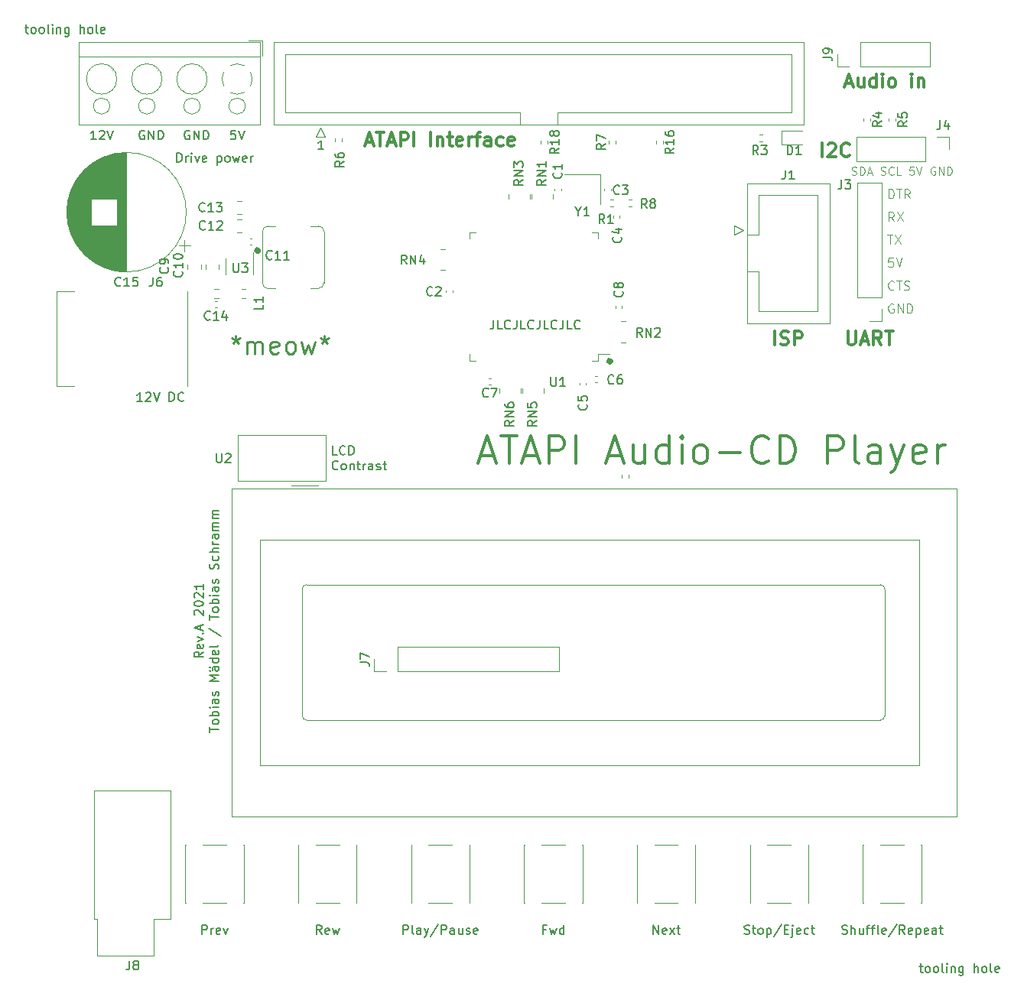
<source format=gto>
%TF.GenerationSoftware,KiCad,Pcbnew,5.1.10*%
%TF.CreationDate,2021-08-07T13:35:18+02:00*%
%TF.ProjectId,ATAPIMega,41544150-494d-4656-9761-2e6b69636164,rev?*%
%TF.SameCoordinates,Original*%
%TF.FileFunction,Legend,Top*%
%TF.FilePolarity,Positive*%
%FSLAX46Y46*%
G04 Gerber Fmt 4.6, Leading zero omitted, Abs format (unit mm)*
G04 Created by KiCad (PCBNEW 5.1.10) date 2021-08-07 13:35:18*
%MOMM*%
%LPD*%
G01*
G04 APERTURE LIST*
%ADD10C,0.200000*%
%ADD11C,0.300000*%
%ADD12C,0.250000*%
%ADD13C,0.150000*%
%ADD14C,0.100000*%
%ADD15C,0.600000*%
%ADD16C,0.120000*%
G04 APERTURE END LIST*
D10*
X54492008Y-93414256D02*
X54015818Y-93747590D01*
X54492008Y-93985685D02*
X53492008Y-93985685D01*
X53492008Y-93604733D01*
X53539628Y-93509495D01*
X53587247Y-93461876D01*
X53682485Y-93414256D01*
X53825342Y-93414256D01*
X53920580Y-93461876D01*
X53968199Y-93509495D01*
X54015818Y-93604733D01*
X54015818Y-93985685D01*
X54444389Y-92604733D02*
X54492008Y-92699971D01*
X54492008Y-92890447D01*
X54444389Y-92985685D01*
X54349151Y-93033304D01*
X53968199Y-93033304D01*
X53872961Y-92985685D01*
X53825342Y-92890447D01*
X53825342Y-92699971D01*
X53872961Y-92604733D01*
X53968199Y-92557114D01*
X54063437Y-92557114D01*
X54158675Y-93033304D01*
X53825342Y-92223780D02*
X54492008Y-91985685D01*
X53825342Y-91747590D01*
X54396770Y-91366637D02*
X54444389Y-91319018D01*
X54492008Y-91366637D01*
X54444389Y-91414256D01*
X54396770Y-91366637D01*
X54492008Y-91366637D01*
X54206294Y-90938066D02*
X54206294Y-90461876D01*
X54492008Y-91033304D02*
X53492008Y-90699971D01*
X54492008Y-90366637D01*
X53587247Y-89319018D02*
X53539628Y-89271399D01*
X53492008Y-89176161D01*
X53492008Y-88938066D01*
X53539628Y-88842828D01*
X53587247Y-88795209D01*
X53682485Y-88747590D01*
X53777723Y-88747590D01*
X53920580Y-88795209D01*
X54492008Y-89366637D01*
X54492008Y-88747590D01*
X53492008Y-88128542D02*
X53492008Y-88033304D01*
X53539628Y-87938066D01*
X53587247Y-87890447D01*
X53682485Y-87842828D01*
X53872961Y-87795209D01*
X54111056Y-87795209D01*
X54301532Y-87842828D01*
X54396770Y-87890447D01*
X54444389Y-87938066D01*
X54492008Y-88033304D01*
X54492008Y-88128542D01*
X54444389Y-88223780D01*
X54396770Y-88271399D01*
X54301532Y-88319018D01*
X54111056Y-88366637D01*
X53872961Y-88366637D01*
X53682485Y-88319018D01*
X53587247Y-88271399D01*
X53539628Y-88223780D01*
X53492008Y-88128542D01*
X53587247Y-87414256D02*
X53539628Y-87366637D01*
X53492008Y-87271399D01*
X53492008Y-87033304D01*
X53539628Y-86938066D01*
X53587247Y-86890447D01*
X53682485Y-86842828D01*
X53777723Y-86842828D01*
X53920580Y-86890447D01*
X54492008Y-87461876D01*
X54492008Y-86842828D01*
X54492008Y-85890447D02*
X54492008Y-86461876D01*
X54492008Y-86176161D02*
X53492008Y-86176161D01*
X53634866Y-86271399D01*
X53730104Y-86366637D01*
X53777723Y-86461876D01*
X55192008Y-102295209D02*
X55192008Y-101723780D01*
X56192008Y-102009495D02*
X55192008Y-102009495D01*
X56192008Y-101247590D02*
X56144389Y-101342828D01*
X56096770Y-101390447D01*
X56001532Y-101438066D01*
X55715818Y-101438066D01*
X55620580Y-101390447D01*
X55572961Y-101342828D01*
X55525342Y-101247590D01*
X55525342Y-101104733D01*
X55572961Y-101009495D01*
X55620580Y-100961876D01*
X55715818Y-100914256D01*
X56001532Y-100914256D01*
X56096770Y-100961876D01*
X56144389Y-101009495D01*
X56192008Y-101104733D01*
X56192008Y-101247590D01*
X56192008Y-100485685D02*
X55192008Y-100485685D01*
X55572961Y-100485685D02*
X55525342Y-100390447D01*
X55525342Y-100199971D01*
X55572961Y-100104733D01*
X55620580Y-100057114D01*
X55715818Y-100009495D01*
X56001532Y-100009495D01*
X56096770Y-100057114D01*
X56144389Y-100104733D01*
X56192008Y-100199971D01*
X56192008Y-100390447D01*
X56144389Y-100485685D01*
X56192008Y-99580923D02*
X55525342Y-99580923D01*
X55192008Y-99580923D02*
X55239628Y-99628542D01*
X55287247Y-99580923D01*
X55239628Y-99533304D01*
X55192008Y-99580923D01*
X55287247Y-99580923D01*
X56192008Y-98676161D02*
X55668199Y-98676161D01*
X55572961Y-98723780D01*
X55525342Y-98819018D01*
X55525342Y-99009495D01*
X55572961Y-99104733D01*
X56144389Y-98676161D02*
X56192008Y-98771399D01*
X56192008Y-99009495D01*
X56144389Y-99104733D01*
X56049151Y-99152352D01*
X55953913Y-99152352D01*
X55858675Y-99104733D01*
X55811056Y-99009495D01*
X55811056Y-98771399D01*
X55763437Y-98676161D01*
X56144389Y-98247590D02*
X56192008Y-98152352D01*
X56192008Y-97961876D01*
X56144389Y-97866637D01*
X56049151Y-97819018D01*
X56001532Y-97819018D01*
X55906294Y-97866637D01*
X55858675Y-97961876D01*
X55858675Y-98104733D01*
X55811056Y-98199971D01*
X55715818Y-98247590D01*
X55668199Y-98247590D01*
X55572961Y-98199971D01*
X55525342Y-98104733D01*
X55525342Y-97961876D01*
X55572961Y-97866637D01*
X56192008Y-96628542D02*
X55192008Y-96628542D01*
X55906294Y-96295209D01*
X55192008Y-95961876D01*
X56192008Y-95961876D01*
X56192008Y-95057114D02*
X55668199Y-95057114D01*
X55572961Y-95104733D01*
X55525342Y-95199971D01*
X55525342Y-95390447D01*
X55572961Y-95485685D01*
X56144389Y-95057114D02*
X56192008Y-95152352D01*
X56192008Y-95390447D01*
X56144389Y-95485685D01*
X56049151Y-95533304D01*
X55953913Y-95533304D01*
X55858675Y-95485685D01*
X55811056Y-95390447D01*
X55811056Y-95152352D01*
X55763437Y-95057114D01*
X55192008Y-95485685D02*
X55239628Y-95438066D01*
X55287247Y-95485685D01*
X55239628Y-95533304D01*
X55192008Y-95485685D01*
X55287247Y-95485685D01*
X55192008Y-95104733D02*
X55239628Y-95057114D01*
X55287247Y-95104733D01*
X55239628Y-95152352D01*
X55192008Y-95104733D01*
X55287247Y-95104733D01*
X56192008Y-94152352D02*
X55192008Y-94152352D01*
X56144389Y-94152352D02*
X56192008Y-94247590D01*
X56192008Y-94438066D01*
X56144389Y-94533304D01*
X56096770Y-94580923D01*
X56001532Y-94628542D01*
X55715818Y-94628542D01*
X55620580Y-94580923D01*
X55572961Y-94533304D01*
X55525342Y-94438066D01*
X55525342Y-94247590D01*
X55572961Y-94152352D01*
X56144389Y-93295209D02*
X56192008Y-93390447D01*
X56192008Y-93580923D01*
X56144389Y-93676161D01*
X56049151Y-93723780D01*
X55668199Y-93723780D01*
X55572961Y-93676161D01*
X55525342Y-93580923D01*
X55525342Y-93390447D01*
X55572961Y-93295209D01*
X55668199Y-93247590D01*
X55763437Y-93247590D01*
X55858675Y-93723780D01*
X56192008Y-92676161D02*
X56144389Y-92771399D01*
X56049151Y-92819018D01*
X55192008Y-92819018D01*
X55144389Y-90819018D02*
X56430104Y-91676161D01*
X55192008Y-89866637D02*
X55192008Y-89295209D01*
X56192008Y-89580923D02*
X55192008Y-89580923D01*
X56192008Y-88819018D02*
X56144389Y-88914256D01*
X56096770Y-88961876D01*
X56001532Y-89009495D01*
X55715818Y-89009495D01*
X55620580Y-88961876D01*
X55572961Y-88914256D01*
X55525342Y-88819018D01*
X55525342Y-88676161D01*
X55572961Y-88580923D01*
X55620580Y-88533304D01*
X55715818Y-88485685D01*
X56001532Y-88485685D01*
X56096770Y-88533304D01*
X56144389Y-88580923D01*
X56192008Y-88676161D01*
X56192008Y-88819018D01*
X56192008Y-88057114D02*
X55192008Y-88057114D01*
X55572961Y-88057114D02*
X55525342Y-87961876D01*
X55525342Y-87771399D01*
X55572961Y-87676161D01*
X55620580Y-87628542D01*
X55715818Y-87580923D01*
X56001532Y-87580923D01*
X56096770Y-87628542D01*
X56144389Y-87676161D01*
X56192008Y-87771399D01*
X56192008Y-87961876D01*
X56144389Y-88057114D01*
X56192008Y-87152352D02*
X55525342Y-87152352D01*
X55192008Y-87152352D02*
X55239628Y-87199971D01*
X55287247Y-87152352D01*
X55239628Y-87104733D01*
X55192008Y-87152352D01*
X55287247Y-87152352D01*
X56192008Y-86247590D02*
X55668199Y-86247590D01*
X55572961Y-86295209D01*
X55525342Y-86390447D01*
X55525342Y-86580923D01*
X55572961Y-86676161D01*
X56144389Y-86247590D02*
X56192008Y-86342828D01*
X56192008Y-86580923D01*
X56144389Y-86676161D01*
X56049151Y-86723780D01*
X55953913Y-86723780D01*
X55858675Y-86676161D01*
X55811056Y-86580923D01*
X55811056Y-86342828D01*
X55763437Y-86247590D01*
X56144389Y-85819018D02*
X56192008Y-85723780D01*
X56192008Y-85533304D01*
X56144389Y-85438066D01*
X56049151Y-85390447D01*
X56001532Y-85390447D01*
X55906294Y-85438066D01*
X55858675Y-85533304D01*
X55858675Y-85676161D01*
X55811056Y-85771399D01*
X55715818Y-85819018D01*
X55668199Y-85819018D01*
X55572961Y-85771399D01*
X55525342Y-85676161D01*
X55525342Y-85533304D01*
X55572961Y-85438066D01*
X56144389Y-84247590D02*
X56192008Y-84104733D01*
X56192008Y-83866637D01*
X56144389Y-83771399D01*
X56096770Y-83723780D01*
X56001532Y-83676161D01*
X55906294Y-83676161D01*
X55811056Y-83723780D01*
X55763437Y-83771399D01*
X55715818Y-83866637D01*
X55668199Y-84057114D01*
X55620580Y-84152352D01*
X55572961Y-84199971D01*
X55477723Y-84247590D01*
X55382485Y-84247590D01*
X55287247Y-84199971D01*
X55239628Y-84152352D01*
X55192008Y-84057114D01*
X55192008Y-83819018D01*
X55239628Y-83676161D01*
X56144389Y-82819018D02*
X56192008Y-82914256D01*
X56192008Y-83104733D01*
X56144389Y-83199971D01*
X56096770Y-83247590D01*
X56001532Y-83295209D01*
X55715818Y-83295209D01*
X55620580Y-83247590D01*
X55572961Y-83199971D01*
X55525342Y-83104733D01*
X55525342Y-82914256D01*
X55572961Y-82819018D01*
X56192008Y-82390447D02*
X55192008Y-82390447D01*
X56192008Y-81961876D02*
X55668199Y-81961876D01*
X55572961Y-82009495D01*
X55525342Y-82104733D01*
X55525342Y-82247590D01*
X55572961Y-82342828D01*
X55620580Y-82390447D01*
X56192008Y-81485685D02*
X55525342Y-81485685D01*
X55715818Y-81485685D02*
X55620580Y-81438066D01*
X55572961Y-81390447D01*
X55525342Y-81295209D01*
X55525342Y-81199971D01*
X56192008Y-80438066D02*
X55668199Y-80438066D01*
X55572961Y-80485685D01*
X55525342Y-80580923D01*
X55525342Y-80771399D01*
X55572961Y-80866637D01*
X56144389Y-80438066D02*
X56192008Y-80533304D01*
X56192008Y-80771399D01*
X56144389Y-80866637D01*
X56049151Y-80914256D01*
X55953913Y-80914256D01*
X55858675Y-80866637D01*
X55811056Y-80771399D01*
X55811056Y-80533304D01*
X55763437Y-80438066D01*
X56192008Y-79961876D02*
X55525342Y-79961876D01*
X55620580Y-79961876D02*
X55572961Y-79914256D01*
X55525342Y-79819018D01*
X55525342Y-79676161D01*
X55572961Y-79580923D01*
X55668199Y-79533304D01*
X56192008Y-79533304D01*
X55668199Y-79533304D02*
X55572961Y-79485685D01*
X55525342Y-79390447D01*
X55525342Y-79247590D01*
X55572961Y-79152352D01*
X55668199Y-79104733D01*
X56192008Y-79104733D01*
X56192008Y-78628542D02*
X55525342Y-78628542D01*
X55620580Y-78628542D02*
X55572961Y-78580923D01*
X55525342Y-78485685D01*
X55525342Y-78342828D01*
X55572961Y-78247590D01*
X55668199Y-78199971D01*
X56192008Y-78199971D01*
X55668199Y-78199971D02*
X55572961Y-78152352D01*
X55525342Y-78057114D01*
X55525342Y-77914256D01*
X55572961Y-77819018D01*
X55668199Y-77771399D01*
X56192008Y-77771399D01*
D11*
X125638485Y-30469876D02*
X126352770Y-30469876D01*
X125495628Y-30898447D02*
X125995628Y-29398447D01*
X126495628Y-30898447D01*
X127638485Y-29898447D02*
X127638485Y-30898447D01*
X126995628Y-29898447D02*
X126995628Y-30684161D01*
X127067056Y-30827018D01*
X127209913Y-30898447D01*
X127424199Y-30898447D01*
X127567056Y-30827018D01*
X127638485Y-30755590D01*
X128995628Y-30898447D02*
X128995628Y-29398447D01*
X128995628Y-30827018D02*
X128852770Y-30898447D01*
X128567056Y-30898447D01*
X128424199Y-30827018D01*
X128352770Y-30755590D01*
X128281342Y-30612733D01*
X128281342Y-30184161D01*
X128352770Y-30041304D01*
X128424199Y-29969876D01*
X128567056Y-29898447D01*
X128852770Y-29898447D01*
X128995628Y-29969876D01*
X129709913Y-30898447D02*
X129709913Y-29898447D01*
X129709913Y-29398447D02*
X129638485Y-29469876D01*
X129709913Y-29541304D01*
X129781342Y-29469876D01*
X129709913Y-29398447D01*
X129709913Y-29541304D01*
X130638485Y-30898447D02*
X130495628Y-30827018D01*
X130424199Y-30755590D01*
X130352770Y-30612733D01*
X130352770Y-30184161D01*
X130424199Y-30041304D01*
X130495628Y-29969876D01*
X130638485Y-29898447D01*
X130852770Y-29898447D01*
X130995628Y-29969876D01*
X131067056Y-30041304D01*
X131138485Y-30184161D01*
X131138485Y-30612733D01*
X131067056Y-30755590D01*
X130995628Y-30827018D01*
X130852770Y-30898447D01*
X130638485Y-30898447D01*
X132924199Y-30898447D02*
X132924199Y-29898447D01*
X132924199Y-29398447D02*
X132852770Y-29469876D01*
X132924199Y-29541304D01*
X132995628Y-29469876D01*
X132924199Y-29398447D01*
X132924199Y-29541304D01*
X133638485Y-29898447D02*
X133638485Y-30898447D01*
X133638485Y-30041304D02*
X133709913Y-29969876D01*
X133852770Y-29898447D01*
X134067056Y-29898447D01*
X134209913Y-29969876D01*
X134281342Y-30112733D01*
X134281342Y-30898447D01*
D12*
X58112866Y-58386637D02*
X58112866Y-58862828D01*
X57636675Y-58672352D02*
X58112866Y-58862828D01*
X58589056Y-58672352D01*
X57827151Y-59243780D02*
X58112866Y-58862828D01*
X58398580Y-59243780D01*
X59350961Y-60386637D02*
X59350961Y-59053304D01*
X59350961Y-59243780D02*
X59446199Y-59148542D01*
X59636675Y-59053304D01*
X59922389Y-59053304D01*
X60112866Y-59148542D01*
X60208104Y-59339018D01*
X60208104Y-60386637D01*
X60208104Y-59339018D02*
X60303342Y-59148542D01*
X60493818Y-59053304D01*
X60779532Y-59053304D01*
X60970008Y-59148542D01*
X61065247Y-59339018D01*
X61065247Y-60386637D01*
X62779532Y-60291399D02*
X62589056Y-60386637D01*
X62208104Y-60386637D01*
X62017628Y-60291399D01*
X61922389Y-60100923D01*
X61922389Y-59339018D01*
X62017628Y-59148542D01*
X62208104Y-59053304D01*
X62589056Y-59053304D01*
X62779532Y-59148542D01*
X62874770Y-59339018D01*
X62874770Y-59529495D01*
X61922389Y-59719971D01*
X64017628Y-60386637D02*
X63827151Y-60291399D01*
X63731913Y-60196161D01*
X63636675Y-60005685D01*
X63636675Y-59434256D01*
X63731913Y-59243780D01*
X63827151Y-59148542D01*
X64017628Y-59053304D01*
X64303342Y-59053304D01*
X64493818Y-59148542D01*
X64589056Y-59243780D01*
X64684294Y-59434256D01*
X64684294Y-60005685D01*
X64589056Y-60196161D01*
X64493818Y-60291399D01*
X64303342Y-60386637D01*
X64017628Y-60386637D01*
X65350961Y-59053304D02*
X65731913Y-60386637D01*
X66112866Y-59434256D01*
X66493818Y-60386637D01*
X66874770Y-59053304D01*
X67922389Y-58386637D02*
X67922389Y-58862828D01*
X67446199Y-58672352D02*
X67922389Y-58862828D01*
X68398580Y-58672352D01*
X67636675Y-59243780D02*
X67922389Y-58862828D01*
X68208104Y-59243780D01*
D11*
X85198199Y-71665876D02*
X86626770Y-71665876D01*
X84912485Y-72523018D02*
X85912485Y-69523018D01*
X86912485Y-72523018D01*
X87483913Y-69523018D02*
X89198199Y-69523018D01*
X88341056Y-72523018D02*
X88341056Y-69523018D01*
X90055342Y-71665876D02*
X91483913Y-71665876D01*
X89769628Y-72523018D02*
X90769628Y-69523018D01*
X91769628Y-72523018D01*
X92769628Y-72523018D02*
X92769628Y-69523018D01*
X93912485Y-69523018D01*
X94198199Y-69665876D01*
X94341056Y-69808733D01*
X94483913Y-70094447D01*
X94483913Y-70523018D01*
X94341056Y-70808733D01*
X94198199Y-70951590D01*
X93912485Y-71094447D01*
X92769628Y-71094447D01*
X95769628Y-72523018D02*
X95769628Y-69523018D01*
X99341056Y-71665876D02*
X100769628Y-71665876D01*
X99055342Y-72523018D02*
X100055342Y-69523018D01*
X101055342Y-72523018D01*
X103341056Y-70523018D02*
X103341056Y-72523018D01*
X102055342Y-70523018D02*
X102055342Y-72094447D01*
X102198199Y-72380161D01*
X102483913Y-72523018D01*
X102912485Y-72523018D01*
X103198199Y-72380161D01*
X103341056Y-72237304D01*
X106055342Y-72523018D02*
X106055342Y-69523018D01*
X106055342Y-72380161D02*
X105769627Y-72523018D01*
X105198199Y-72523018D01*
X104912485Y-72380161D01*
X104769627Y-72237304D01*
X104626770Y-71951590D01*
X104626770Y-71094447D01*
X104769627Y-70808733D01*
X104912485Y-70665876D01*
X105198199Y-70523018D01*
X105769627Y-70523018D01*
X106055342Y-70665876D01*
X107483913Y-72523018D02*
X107483913Y-70523018D01*
X107483913Y-69523018D02*
X107341056Y-69665876D01*
X107483913Y-69808733D01*
X107626770Y-69665876D01*
X107483913Y-69523018D01*
X107483913Y-69808733D01*
X109341056Y-72523018D02*
X109055342Y-72380161D01*
X108912485Y-72237304D01*
X108769627Y-71951590D01*
X108769627Y-71094447D01*
X108912485Y-70808733D01*
X109055342Y-70665876D01*
X109341056Y-70523018D01*
X109769627Y-70523018D01*
X110055342Y-70665876D01*
X110198199Y-70808733D01*
X110341056Y-71094447D01*
X110341056Y-71951590D01*
X110198199Y-72237304D01*
X110055342Y-72380161D01*
X109769627Y-72523018D01*
X109341056Y-72523018D01*
X111626770Y-71380161D02*
X113912485Y-71380161D01*
X117055342Y-72237304D02*
X116912485Y-72380161D01*
X116483913Y-72523018D01*
X116198199Y-72523018D01*
X115769627Y-72380161D01*
X115483913Y-72094447D01*
X115341056Y-71808733D01*
X115198199Y-71237304D01*
X115198199Y-70808733D01*
X115341056Y-70237304D01*
X115483913Y-69951590D01*
X115769627Y-69665876D01*
X116198199Y-69523018D01*
X116483913Y-69523018D01*
X116912485Y-69665876D01*
X117055342Y-69808733D01*
X118341056Y-72523018D02*
X118341056Y-69523018D01*
X119055342Y-69523018D01*
X119483913Y-69665876D01*
X119769627Y-69951590D01*
X119912485Y-70237304D01*
X120055342Y-70808733D01*
X120055342Y-71237304D01*
X119912485Y-71808733D01*
X119769627Y-72094447D01*
X119483913Y-72380161D01*
X119055342Y-72523018D01*
X118341056Y-72523018D01*
X123626770Y-72523018D02*
X123626770Y-69523018D01*
X124769627Y-69523018D01*
X125055342Y-69665876D01*
X125198199Y-69808733D01*
X125341056Y-70094447D01*
X125341056Y-70523018D01*
X125198199Y-70808733D01*
X125055342Y-70951590D01*
X124769627Y-71094447D01*
X123626770Y-71094447D01*
X127055342Y-72523018D02*
X126769627Y-72380161D01*
X126626770Y-72094447D01*
X126626770Y-69523018D01*
X129483913Y-72523018D02*
X129483913Y-70951590D01*
X129341056Y-70665876D01*
X129055342Y-70523018D01*
X128483913Y-70523018D01*
X128198199Y-70665876D01*
X129483913Y-72380161D02*
X129198199Y-72523018D01*
X128483913Y-72523018D01*
X128198199Y-72380161D01*
X128055342Y-72094447D01*
X128055342Y-71808733D01*
X128198199Y-71523018D01*
X128483913Y-71380161D01*
X129198199Y-71380161D01*
X129483913Y-71237304D01*
X130626770Y-70523018D02*
X131341056Y-72523018D01*
X132055342Y-70523018D02*
X131341056Y-72523018D01*
X131055342Y-73237304D01*
X130912485Y-73380161D01*
X130626770Y-73523018D01*
X134341056Y-72380161D02*
X134055342Y-72523018D01*
X133483913Y-72523018D01*
X133198199Y-72380161D01*
X133055342Y-72094447D01*
X133055342Y-70951590D01*
X133198199Y-70665876D01*
X133483913Y-70523018D01*
X134055342Y-70523018D01*
X134341056Y-70665876D01*
X134483913Y-70951590D01*
X134483913Y-71237304D01*
X133055342Y-71523018D01*
X135769628Y-72523018D02*
X135769628Y-70523018D01*
X135769628Y-71094447D02*
X135912485Y-70808733D01*
X136055342Y-70665876D01*
X136341056Y-70523018D01*
X136626770Y-70523018D01*
D13*
X67811842Y-37772756D02*
X67240413Y-37772756D01*
X67526128Y-37772756D02*
X67526128Y-36772756D01*
X67430889Y-36915614D01*
X67335651Y-37010852D01*
X67240413Y-37058471D01*
D11*
X123021342Y-38570447D02*
X123021342Y-37070447D01*
X123664199Y-37213304D02*
X123735628Y-37141876D01*
X123878485Y-37070447D01*
X124235628Y-37070447D01*
X124378485Y-37141876D01*
X124449913Y-37213304D01*
X124521342Y-37356161D01*
X124521342Y-37499018D01*
X124449913Y-37713304D01*
X123592770Y-38570447D01*
X124521342Y-38570447D01*
X126021342Y-38427590D02*
X125949913Y-38499018D01*
X125735628Y-38570447D01*
X125592770Y-38570447D01*
X125378485Y-38499018D01*
X125235628Y-38356161D01*
X125164199Y-38213304D01*
X125092770Y-37927590D01*
X125092770Y-37713304D01*
X125164199Y-37427590D01*
X125235628Y-37284733D01*
X125378485Y-37141876D01*
X125592770Y-37070447D01*
X125735628Y-37070447D01*
X125949913Y-37141876D01*
X126021342Y-37213304D01*
D14*
X126301628Y-40542161D02*
X126430199Y-40585018D01*
X126644485Y-40585018D01*
X126730199Y-40542161D01*
X126773056Y-40499304D01*
X126815913Y-40413590D01*
X126815913Y-40327876D01*
X126773056Y-40242161D01*
X126730199Y-40199304D01*
X126644485Y-40156447D01*
X126473056Y-40113590D01*
X126387342Y-40070733D01*
X126344485Y-40027876D01*
X126301628Y-39942161D01*
X126301628Y-39856447D01*
X126344485Y-39770733D01*
X126387342Y-39727876D01*
X126473056Y-39685018D01*
X126687342Y-39685018D01*
X126815913Y-39727876D01*
X127201628Y-40585018D02*
X127201628Y-39685018D01*
X127415913Y-39685018D01*
X127544485Y-39727876D01*
X127630199Y-39813590D01*
X127673056Y-39899304D01*
X127715913Y-40070733D01*
X127715913Y-40199304D01*
X127673056Y-40370733D01*
X127630199Y-40456447D01*
X127544485Y-40542161D01*
X127415913Y-40585018D01*
X127201628Y-40585018D01*
X128058770Y-40327876D02*
X128487342Y-40327876D01*
X127973056Y-40585018D02*
X128273056Y-39685018D01*
X128573056Y-40585018D01*
X129515913Y-40542161D02*
X129644485Y-40585018D01*
X129858770Y-40585018D01*
X129944485Y-40542161D01*
X129987342Y-40499304D01*
X130030199Y-40413590D01*
X130030199Y-40327876D01*
X129987342Y-40242161D01*
X129944485Y-40199304D01*
X129858770Y-40156447D01*
X129687342Y-40113590D01*
X129601628Y-40070733D01*
X129558770Y-40027876D01*
X129515913Y-39942161D01*
X129515913Y-39856447D01*
X129558770Y-39770733D01*
X129601628Y-39727876D01*
X129687342Y-39685018D01*
X129901628Y-39685018D01*
X130030199Y-39727876D01*
X130930199Y-40499304D02*
X130887342Y-40542161D01*
X130758770Y-40585018D01*
X130673056Y-40585018D01*
X130544485Y-40542161D01*
X130458770Y-40456447D01*
X130415913Y-40370733D01*
X130373056Y-40199304D01*
X130373056Y-40070733D01*
X130415913Y-39899304D01*
X130458770Y-39813590D01*
X130544485Y-39727876D01*
X130673056Y-39685018D01*
X130758770Y-39685018D01*
X130887342Y-39727876D01*
X130930199Y-39770733D01*
X131744485Y-40585018D02*
X131315913Y-40585018D01*
X131315913Y-39685018D01*
X133158770Y-39685018D02*
X132730199Y-39685018D01*
X132687342Y-40113590D01*
X132730199Y-40070733D01*
X132815913Y-40027876D01*
X133030199Y-40027876D01*
X133115913Y-40070733D01*
X133158770Y-40113590D01*
X133201628Y-40199304D01*
X133201628Y-40413590D01*
X133158770Y-40499304D01*
X133115913Y-40542161D01*
X133030199Y-40585018D01*
X132815913Y-40585018D01*
X132730199Y-40542161D01*
X132687342Y-40499304D01*
X133458770Y-39685018D02*
X133758770Y-40585018D01*
X134058770Y-39685018D01*
X135515913Y-39727876D02*
X135430199Y-39685018D01*
X135301628Y-39685018D01*
X135173056Y-39727876D01*
X135087342Y-39813590D01*
X135044485Y-39899304D01*
X135001628Y-40070733D01*
X135001628Y-40199304D01*
X135044485Y-40370733D01*
X135087342Y-40456447D01*
X135173056Y-40542161D01*
X135301628Y-40585018D01*
X135387342Y-40585018D01*
X135515913Y-40542161D01*
X135558770Y-40499304D01*
X135558770Y-40199304D01*
X135387342Y-40199304D01*
X135944485Y-40585018D02*
X135944485Y-39685018D01*
X136458770Y-40585018D01*
X136458770Y-39685018D01*
X136887342Y-40585018D02*
X136887342Y-39685018D01*
X137101628Y-39685018D01*
X137230199Y-39727876D01*
X137315913Y-39813590D01*
X137358770Y-39899304D01*
X137401628Y-40070733D01*
X137401628Y-40199304D01*
X137358770Y-40370733D01*
X137315913Y-40456447D01*
X137230199Y-40542161D01*
X137101628Y-40585018D01*
X136887342Y-40585018D01*
X130376723Y-43178256D02*
X130376723Y-42178256D01*
X130614818Y-42178256D01*
X130757675Y-42225876D01*
X130852913Y-42321114D01*
X130900532Y-42416352D01*
X130948151Y-42606828D01*
X130948151Y-42749685D01*
X130900532Y-42940161D01*
X130852913Y-43035399D01*
X130757675Y-43130637D01*
X130614818Y-43178256D01*
X130376723Y-43178256D01*
X131233866Y-42178256D02*
X131805294Y-42178256D01*
X131519580Y-43178256D02*
X131519580Y-42178256D01*
X132710056Y-43178256D02*
X132376723Y-42702066D01*
X132138628Y-43178256D02*
X132138628Y-42178256D01*
X132519580Y-42178256D01*
X132614818Y-42225876D01*
X132662437Y-42273495D01*
X132710056Y-42368733D01*
X132710056Y-42511590D01*
X132662437Y-42606828D01*
X132614818Y-42654447D01*
X132519580Y-42702066D01*
X132138628Y-42702066D01*
X130948151Y-45718256D02*
X130614818Y-45242066D01*
X130376723Y-45718256D02*
X130376723Y-44718256D01*
X130757675Y-44718256D01*
X130852913Y-44765876D01*
X130900532Y-44813495D01*
X130948151Y-44908733D01*
X130948151Y-45051590D01*
X130900532Y-45146828D01*
X130852913Y-45194447D01*
X130757675Y-45242066D01*
X130376723Y-45242066D01*
X131281485Y-44718256D02*
X131948151Y-45718256D01*
X131948151Y-44718256D02*
X131281485Y-45718256D01*
X130233866Y-47258256D02*
X130805294Y-47258256D01*
X130519580Y-48258256D02*
X130519580Y-47258256D01*
X131043389Y-47258256D02*
X131710056Y-48258256D01*
X131710056Y-47258256D02*
X131043389Y-48258256D01*
X130852913Y-49790256D02*
X130376723Y-49790256D01*
X130329104Y-50266447D01*
X130376723Y-50218828D01*
X130471961Y-50171209D01*
X130710056Y-50171209D01*
X130805294Y-50218828D01*
X130852913Y-50266447D01*
X130900532Y-50361685D01*
X130900532Y-50599780D01*
X130852913Y-50695018D01*
X130805294Y-50742637D01*
X130710056Y-50790256D01*
X130471961Y-50790256D01*
X130376723Y-50742637D01*
X130329104Y-50695018D01*
X131186247Y-49790256D02*
X131519580Y-50790256D01*
X131852913Y-49790256D01*
X130948151Y-53235018D02*
X130900532Y-53282637D01*
X130757675Y-53330256D01*
X130662437Y-53330256D01*
X130519580Y-53282637D01*
X130424342Y-53187399D01*
X130376723Y-53092161D01*
X130329104Y-52901685D01*
X130329104Y-52758828D01*
X130376723Y-52568352D01*
X130424342Y-52473114D01*
X130519580Y-52377876D01*
X130662437Y-52330256D01*
X130757675Y-52330256D01*
X130900532Y-52377876D01*
X130948151Y-52425495D01*
X131233866Y-52330256D02*
X131805294Y-52330256D01*
X131519580Y-53330256D02*
X131519580Y-52330256D01*
X132091008Y-53282637D02*
X132233866Y-53330256D01*
X132471961Y-53330256D01*
X132567199Y-53282637D01*
X132614818Y-53235018D01*
X132662437Y-53139780D01*
X132662437Y-53044542D01*
X132614818Y-52949304D01*
X132567199Y-52901685D01*
X132471961Y-52854066D01*
X132281485Y-52806447D01*
X132186247Y-52758828D01*
X132138628Y-52711209D01*
X132091008Y-52615971D01*
X132091008Y-52520733D01*
X132138628Y-52425495D01*
X132186247Y-52377876D01*
X132281485Y-52330256D01*
X132519580Y-52330256D01*
X132662437Y-52377876D01*
X130900532Y-54917876D02*
X130805294Y-54870256D01*
X130662437Y-54870256D01*
X130519580Y-54917876D01*
X130424342Y-55013114D01*
X130376723Y-55108352D01*
X130329104Y-55298828D01*
X130329104Y-55441685D01*
X130376723Y-55632161D01*
X130424342Y-55727399D01*
X130519580Y-55822637D01*
X130662437Y-55870256D01*
X130757675Y-55870256D01*
X130900532Y-55822637D01*
X130948151Y-55775018D01*
X130948151Y-55441685D01*
X130757675Y-55441685D01*
X131376723Y-55870256D02*
X131376723Y-54870256D01*
X131948151Y-55870256D01*
X131948151Y-54870256D01*
X132424342Y-55870256D02*
X132424342Y-54870256D01*
X132662437Y-54870256D01*
X132805294Y-54917876D01*
X132900532Y-55013114D01*
X132948151Y-55108352D01*
X132995770Y-55298828D01*
X132995770Y-55441685D01*
X132948151Y-55632161D01*
X132900532Y-55727399D01*
X132805294Y-55822637D01*
X132662437Y-55870256D01*
X132424342Y-55870256D01*
D11*
X125852770Y-57898447D02*
X125852770Y-59112733D01*
X125924199Y-59255590D01*
X125995628Y-59327018D01*
X126138485Y-59398447D01*
X126424199Y-59398447D01*
X126567056Y-59327018D01*
X126638485Y-59255590D01*
X126709913Y-59112733D01*
X126709913Y-57898447D01*
X127352770Y-58969876D02*
X128067056Y-58969876D01*
X127209913Y-59398447D02*
X127709913Y-57898447D01*
X128209913Y-59398447D01*
X129567056Y-59398447D02*
X129067056Y-58684161D01*
X128709913Y-59398447D02*
X128709913Y-57898447D01*
X129281342Y-57898447D01*
X129424199Y-57969876D01*
X129495628Y-58041304D01*
X129567056Y-58184161D01*
X129567056Y-58398447D01*
X129495628Y-58541304D01*
X129424199Y-58612733D01*
X129281342Y-58684161D01*
X128709913Y-58684161D01*
X129995628Y-57898447D02*
X130852770Y-57898447D01*
X130424199Y-59398447D02*
X130424199Y-57898447D01*
X117781342Y-59398447D02*
X117781342Y-57898447D01*
X118424199Y-59327018D02*
X118638485Y-59398447D01*
X118995628Y-59398447D01*
X119138485Y-59327018D01*
X119209913Y-59255590D01*
X119281342Y-59112733D01*
X119281342Y-58969876D01*
X119209913Y-58827018D01*
X119138485Y-58755590D01*
X118995628Y-58684161D01*
X118709913Y-58612733D01*
X118567056Y-58541304D01*
X118495628Y-58469876D01*
X118424199Y-58327018D01*
X118424199Y-58184161D01*
X118495628Y-58041304D01*
X118567056Y-57969876D01*
X118709913Y-57898447D01*
X119067056Y-57898447D01*
X119281342Y-57969876D01*
X119924199Y-59398447D02*
X119924199Y-57898447D01*
X120495628Y-57898447D01*
X120638485Y-57969876D01*
X120709913Y-58041304D01*
X120781342Y-58184161D01*
X120781342Y-58398447D01*
X120709913Y-58541304D01*
X120638485Y-58612733D01*
X120495628Y-58684161D01*
X119924199Y-58684161D01*
D13*
X51578961Y-39172256D02*
X51578961Y-38172256D01*
X51817056Y-38172256D01*
X51959913Y-38219876D01*
X52055151Y-38315114D01*
X52102770Y-38410352D01*
X52150389Y-38600828D01*
X52150389Y-38743685D01*
X52102770Y-38934161D01*
X52055151Y-39029399D01*
X51959913Y-39124637D01*
X51817056Y-39172256D01*
X51578961Y-39172256D01*
X52578961Y-39172256D02*
X52578961Y-38505590D01*
X52578961Y-38696066D02*
X52626580Y-38600828D01*
X52674199Y-38553209D01*
X52769437Y-38505590D01*
X52864675Y-38505590D01*
X53198008Y-39172256D02*
X53198008Y-38505590D01*
X53198008Y-38172256D02*
X53150389Y-38219876D01*
X53198008Y-38267495D01*
X53245628Y-38219876D01*
X53198008Y-38172256D01*
X53198008Y-38267495D01*
X53578961Y-38505590D02*
X53817056Y-39172256D01*
X54055151Y-38505590D01*
X54817056Y-39124637D02*
X54721818Y-39172256D01*
X54531342Y-39172256D01*
X54436104Y-39124637D01*
X54388485Y-39029399D01*
X54388485Y-38648447D01*
X54436104Y-38553209D01*
X54531342Y-38505590D01*
X54721818Y-38505590D01*
X54817056Y-38553209D01*
X54864675Y-38648447D01*
X54864675Y-38743685D01*
X54388485Y-38838923D01*
X56055151Y-38505590D02*
X56055151Y-39505590D01*
X56055151Y-38553209D02*
X56150389Y-38505590D01*
X56340866Y-38505590D01*
X56436104Y-38553209D01*
X56483723Y-38600828D01*
X56531342Y-38696066D01*
X56531342Y-38981780D01*
X56483723Y-39077018D01*
X56436104Y-39124637D01*
X56340866Y-39172256D01*
X56150389Y-39172256D01*
X56055151Y-39124637D01*
X57102770Y-39172256D02*
X57007532Y-39124637D01*
X56959913Y-39077018D01*
X56912294Y-38981780D01*
X56912294Y-38696066D01*
X56959913Y-38600828D01*
X57007532Y-38553209D01*
X57102770Y-38505590D01*
X57245628Y-38505590D01*
X57340866Y-38553209D01*
X57388485Y-38600828D01*
X57436104Y-38696066D01*
X57436104Y-38981780D01*
X57388485Y-39077018D01*
X57340866Y-39124637D01*
X57245628Y-39172256D01*
X57102770Y-39172256D01*
X57769437Y-38505590D02*
X57959913Y-39172256D01*
X58150389Y-38696066D01*
X58340866Y-39172256D01*
X58531342Y-38505590D01*
X59293247Y-39124637D02*
X59198008Y-39172256D01*
X59007532Y-39172256D01*
X58912294Y-39124637D01*
X58864675Y-39029399D01*
X58864675Y-38648447D01*
X58912294Y-38553209D01*
X59007532Y-38505590D01*
X59198008Y-38505590D01*
X59293247Y-38553209D01*
X59340866Y-38648447D01*
X59340866Y-38743685D01*
X58864675Y-38838923D01*
X59769437Y-39172256D02*
X59769437Y-38505590D01*
X59769437Y-38696066D02*
X59817056Y-38600828D01*
X59864675Y-38553209D01*
X59959913Y-38505590D01*
X60055151Y-38505590D01*
D11*
X72531342Y-36969876D02*
X73245628Y-36969876D01*
X72388485Y-37398447D02*
X72888485Y-35898447D01*
X73388485Y-37398447D01*
X73674199Y-35898447D02*
X74531342Y-35898447D01*
X74102770Y-37398447D02*
X74102770Y-35898447D01*
X74959913Y-36969876D02*
X75674199Y-36969876D01*
X74817056Y-37398447D02*
X75317056Y-35898447D01*
X75817056Y-37398447D01*
X76317056Y-37398447D02*
X76317056Y-35898447D01*
X76888485Y-35898447D01*
X77031342Y-35969876D01*
X77102770Y-36041304D01*
X77174199Y-36184161D01*
X77174199Y-36398447D01*
X77102770Y-36541304D01*
X77031342Y-36612733D01*
X76888485Y-36684161D01*
X76317056Y-36684161D01*
X77817056Y-37398447D02*
X77817056Y-35898447D01*
X79674199Y-37398447D02*
X79674199Y-35898447D01*
X80388485Y-36398447D02*
X80388485Y-37398447D01*
X80388485Y-36541304D02*
X80459913Y-36469876D01*
X80602770Y-36398447D01*
X80817056Y-36398447D01*
X80959913Y-36469876D01*
X81031342Y-36612733D01*
X81031342Y-37398447D01*
X81531342Y-36398447D02*
X82102770Y-36398447D01*
X81745628Y-35898447D02*
X81745628Y-37184161D01*
X81817056Y-37327018D01*
X81959913Y-37398447D01*
X82102770Y-37398447D01*
X83174199Y-37327018D02*
X83031342Y-37398447D01*
X82745628Y-37398447D01*
X82602770Y-37327018D01*
X82531342Y-37184161D01*
X82531342Y-36612733D01*
X82602770Y-36469876D01*
X82745628Y-36398447D01*
X83031342Y-36398447D01*
X83174199Y-36469876D01*
X83245628Y-36612733D01*
X83245628Y-36755590D01*
X82531342Y-36898447D01*
X83888485Y-37398447D02*
X83888485Y-36398447D01*
X83888485Y-36684161D02*
X83959913Y-36541304D01*
X84031342Y-36469876D01*
X84174199Y-36398447D01*
X84317056Y-36398447D01*
X84602770Y-36398447D02*
X85174199Y-36398447D01*
X84817056Y-37398447D02*
X84817056Y-36112733D01*
X84888485Y-35969876D01*
X85031342Y-35898447D01*
X85174199Y-35898447D01*
X86317056Y-37398447D02*
X86317056Y-36612733D01*
X86245628Y-36469876D01*
X86102770Y-36398447D01*
X85817056Y-36398447D01*
X85674199Y-36469876D01*
X86317056Y-37327018D02*
X86174199Y-37398447D01*
X85817056Y-37398447D01*
X85674199Y-37327018D01*
X85602770Y-37184161D01*
X85602770Y-37041304D01*
X85674199Y-36898447D01*
X85817056Y-36827018D01*
X86174199Y-36827018D01*
X86317056Y-36755590D01*
X87674199Y-37327018D02*
X87531342Y-37398447D01*
X87245628Y-37398447D01*
X87102770Y-37327018D01*
X87031342Y-37255590D01*
X86959913Y-37112733D01*
X86959913Y-36684161D01*
X87031342Y-36541304D01*
X87102770Y-36469876D01*
X87245628Y-36398447D01*
X87531342Y-36398447D01*
X87674199Y-36469876D01*
X88888485Y-37327018D02*
X88745628Y-37398447D01*
X88459913Y-37398447D01*
X88317056Y-37327018D01*
X88245628Y-37184161D01*
X88245628Y-36612733D01*
X88317056Y-36469876D01*
X88459913Y-36398447D01*
X88745628Y-36398447D01*
X88888485Y-36469876D01*
X88959913Y-36612733D01*
X88959913Y-36755590D01*
X88245628Y-36898447D01*
D10*
X52983723Y-35719876D02*
X52888485Y-35672256D01*
X52745628Y-35672256D01*
X52602770Y-35719876D01*
X52507532Y-35815114D01*
X52459913Y-35910352D01*
X52412294Y-36100828D01*
X52412294Y-36243685D01*
X52459913Y-36434161D01*
X52507532Y-36529399D01*
X52602770Y-36624637D01*
X52745628Y-36672256D01*
X52840866Y-36672256D01*
X52983723Y-36624637D01*
X53031342Y-36577018D01*
X53031342Y-36243685D01*
X52840866Y-36243685D01*
X53459913Y-36672256D02*
X53459913Y-35672256D01*
X54031342Y-36672256D01*
X54031342Y-35672256D01*
X54507532Y-36672256D02*
X54507532Y-35672256D01*
X54745628Y-35672256D01*
X54888485Y-35719876D01*
X54983723Y-35815114D01*
X55031342Y-35910352D01*
X55078961Y-36100828D01*
X55078961Y-36243685D01*
X55031342Y-36434161D01*
X54983723Y-36529399D01*
X54888485Y-36624637D01*
X54745628Y-36672256D01*
X54507532Y-36672256D01*
X47983723Y-35719876D02*
X47888485Y-35672256D01*
X47745628Y-35672256D01*
X47602770Y-35719876D01*
X47507532Y-35815114D01*
X47459913Y-35910352D01*
X47412294Y-36100828D01*
X47412294Y-36243685D01*
X47459913Y-36434161D01*
X47507532Y-36529399D01*
X47602770Y-36624637D01*
X47745628Y-36672256D01*
X47840866Y-36672256D01*
X47983723Y-36624637D01*
X48031342Y-36577018D01*
X48031342Y-36243685D01*
X47840866Y-36243685D01*
X48459913Y-36672256D02*
X48459913Y-35672256D01*
X49031342Y-36672256D01*
X49031342Y-35672256D01*
X49507532Y-36672256D02*
X49507532Y-35672256D01*
X49745628Y-35672256D01*
X49888485Y-35719876D01*
X49983723Y-35815114D01*
X50031342Y-35910352D01*
X50078961Y-36100828D01*
X50078961Y-36243685D01*
X50031342Y-36434161D01*
X49983723Y-36529399D01*
X49888485Y-36624637D01*
X49745628Y-36672256D01*
X49507532Y-36672256D01*
X58055151Y-35672256D02*
X57578961Y-35672256D01*
X57531342Y-36148447D01*
X57578961Y-36100828D01*
X57674199Y-36053209D01*
X57912294Y-36053209D01*
X58007532Y-36100828D01*
X58055151Y-36148447D01*
X58102770Y-36243685D01*
X58102770Y-36481780D01*
X58055151Y-36577018D01*
X58007532Y-36624637D01*
X57912294Y-36672256D01*
X57674199Y-36672256D01*
X57578961Y-36624637D01*
X57531342Y-36577018D01*
X58388485Y-35672256D02*
X58721818Y-36672256D01*
X59055151Y-35672256D01*
X42626580Y-36672256D02*
X42055151Y-36672256D01*
X42340866Y-36672256D02*
X42340866Y-35672256D01*
X42245628Y-35815114D01*
X42150389Y-35910352D01*
X42055151Y-35957971D01*
X43007532Y-35767495D02*
X43055151Y-35719876D01*
X43150389Y-35672256D01*
X43388485Y-35672256D01*
X43483723Y-35719876D01*
X43531342Y-35767495D01*
X43578961Y-35862733D01*
X43578961Y-35957971D01*
X43531342Y-36100828D01*
X42959913Y-36672256D01*
X43578961Y-36672256D01*
X43864675Y-35672256D02*
X44198008Y-36672256D01*
X44531342Y-35672256D01*
D15*
X60595628Y-48969876D02*
G75*
G03*
X60595628Y-48969876I-100000J0D01*
G01*
X99595628Y-61219876D02*
G75*
G03*
X99595628Y-61219876I-100000J0D01*
G01*
D13*
X69307413Y-71597256D02*
X68831223Y-71597256D01*
X68831223Y-70597256D01*
X70212175Y-71502018D02*
X70164556Y-71549637D01*
X70021699Y-71597256D01*
X69926461Y-71597256D01*
X69783604Y-71549637D01*
X69688366Y-71454399D01*
X69640747Y-71359161D01*
X69593128Y-71168685D01*
X69593128Y-71025828D01*
X69640747Y-70835352D01*
X69688366Y-70740114D01*
X69783604Y-70644876D01*
X69926461Y-70597256D01*
X70021699Y-70597256D01*
X70164556Y-70644876D01*
X70212175Y-70692495D01*
X70640747Y-71597256D02*
X70640747Y-70597256D01*
X70878842Y-70597256D01*
X71021699Y-70644876D01*
X71116937Y-70740114D01*
X71164556Y-70835352D01*
X71212175Y-71025828D01*
X71212175Y-71168685D01*
X71164556Y-71359161D01*
X71116937Y-71454399D01*
X71021699Y-71549637D01*
X70878842Y-71597256D01*
X70640747Y-71597256D01*
X69402651Y-73152018D02*
X69355032Y-73199637D01*
X69212175Y-73247256D01*
X69116937Y-73247256D01*
X68974080Y-73199637D01*
X68878842Y-73104399D01*
X68831223Y-73009161D01*
X68783604Y-72818685D01*
X68783604Y-72675828D01*
X68831223Y-72485352D01*
X68878842Y-72390114D01*
X68974080Y-72294876D01*
X69116937Y-72247256D01*
X69212175Y-72247256D01*
X69355032Y-72294876D01*
X69402651Y-72342495D01*
X69974080Y-73247256D02*
X69878842Y-73199637D01*
X69831223Y-73152018D01*
X69783604Y-73056780D01*
X69783604Y-72771066D01*
X69831223Y-72675828D01*
X69878842Y-72628209D01*
X69974080Y-72580590D01*
X70116937Y-72580590D01*
X70212175Y-72628209D01*
X70259794Y-72675828D01*
X70307413Y-72771066D01*
X70307413Y-73056780D01*
X70259794Y-73152018D01*
X70212175Y-73199637D01*
X70116937Y-73247256D01*
X69974080Y-73247256D01*
X70735985Y-72580590D02*
X70735985Y-73247256D01*
X70735985Y-72675828D02*
X70783604Y-72628209D01*
X70878842Y-72580590D01*
X71021699Y-72580590D01*
X71116937Y-72628209D01*
X71164556Y-72723447D01*
X71164556Y-73247256D01*
X71497889Y-72580590D02*
X71878842Y-72580590D01*
X71640747Y-72247256D02*
X71640747Y-73104399D01*
X71688366Y-73199637D01*
X71783604Y-73247256D01*
X71878842Y-73247256D01*
X72212175Y-73247256D02*
X72212175Y-72580590D01*
X72212175Y-72771066D02*
X72259794Y-72675828D01*
X72307413Y-72628209D01*
X72402651Y-72580590D01*
X72497889Y-72580590D01*
X73259794Y-73247256D02*
X73259794Y-72723447D01*
X73212175Y-72628209D01*
X73116937Y-72580590D01*
X72926461Y-72580590D01*
X72831223Y-72628209D01*
X73259794Y-73199637D02*
X73164556Y-73247256D01*
X72926461Y-73247256D01*
X72831223Y-73199637D01*
X72783604Y-73104399D01*
X72783604Y-73009161D01*
X72831223Y-72913923D01*
X72926461Y-72866304D01*
X73164556Y-72866304D01*
X73259794Y-72818685D01*
X73688366Y-73199637D02*
X73783604Y-73247256D01*
X73974080Y-73247256D01*
X74069318Y-73199637D01*
X74116937Y-73104399D01*
X74116937Y-73056780D01*
X74069318Y-72961542D01*
X73974080Y-72913923D01*
X73831223Y-72913923D01*
X73735985Y-72866304D01*
X73688366Y-72771066D01*
X73688366Y-72723447D01*
X73735985Y-72628209D01*
X73831223Y-72580590D01*
X73974080Y-72580590D01*
X74069318Y-72628209D01*
X74402651Y-72580590D02*
X74783604Y-72580590D01*
X74545508Y-72247256D02*
X74545508Y-73104399D01*
X74593128Y-73199637D01*
X74688366Y-73247256D01*
X74783604Y-73247256D01*
X47745628Y-65672256D02*
X47174199Y-65672256D01*
X47459913Y-65672256D02*
X47459913Y-64672256D01*
X47364675Y-64815114D01*
X47269437Y-64910352D01*
X47174199Y-64957971D01*
X48126580Y-64767495D02*
X48174199Y-64719876D01*
X48269437Y-64672256D01*
X48507532Y-64672256D01*
X48602770Y-64719876D01*
X48650389Y-64767495D01*
X48698008Y-64862733D01*
X48698008Y-64957971D01*
X48650389Y-65100828D01*
X48078961Y-65672256D01*
X48698008Y-65672256D01*
X48983723Y-64672256D02*
X49317056Y-65672256D01*
X49650389Y-64672256D01*
X50745628Y-65672256D02*
X50745628Y-64672256D01*
X50983723Y-64672256D01*
X51126580Y-64719876D01*
X51221818Y-64815114D01*
X51269437Y-64910352D01*
X51317056Y-65100828D01*
X51317056Y-65243685D01*
X51269437Y-65434161D01*
X51221818Y-65529399D01*
X51126580Y-65624637D01*
X50983723Y-65672256D01*
X50745628Y-65672256D01*
X52317056Y-65577018D02*
X52269437Y-65624637D01*
X52126580Y-65672256D01*
X52031342Y-65672256D01*
X51888485Y-65624637D01*
X51793247Y-65529399D01*
X51745628Y-65434161D01*
X51698008Y-65243685D01*
X51698008Y-65100828D01*
X51745628Y-64910352D01*
X51793247Y-64815114D01*
X51888485Y-64719876D01*
X52031342Y-64672256D01*
X52126580Y-64672256D01*
X52269437Y-64719876D01*
X52317056Y-64767495D01*
X86626580Y-56672256D02*
X86626580Y-57386542D01*
X86578961Y-57529399D01*
X86483723Y-57624637D01*
X86340866Y-57672256D01*
X86245628Y-57672256D01*
X87578961Y-57672256D02*
X87102770Y-57672256D01*
X87102770Y-56672256D01*
X88483723Y-57577018D02*
X88436104Y-57624637D01*
X88293247Y-57672256D01*
X88198008Y-57672256D01*
X88055151Y-57624637D01*
X87959913Y-57529399D01*
X87912294Y-57434161D01*
X87864675Y-57243685D01*
X87864675Y-57100828D01*
X87912294Y-56910352D01*
X87959913Y-56815114D01*
X88055151Y-56719876D01*
X88198008Y-56672256D01*
X88293247Y-56672256D01*
X88436104Y-56719876D01*
X88483723Y-56767495D01*
X89198008Y-56672256D02*
X89198008Y-57386542D01*
X89150389Y-57529399D01*
X89055151Y-57624637D01*
X88912294Y-57672256D01*
X88817056Y-57672256D01*
X90150389Y-57672256D02*
X89674199Y-57672256D01*
X89674199Y-56672256D01*
X91055151Y-57577018D02*
X91007532Y-57624637D01*
X90864675Y-57672256D01*
X90769437Y-57672256D01*
X90626580Y-57624637D01*
X90531342Y-57529399D01*
X90483723Y-57434161D01*
X90436104Y-57243685D01*
X90436104Y-57100828D01*
X90483723Y-56910352D01*
X90531342Y-56815114D01*
X90626580Y-56719876D01*
X90769437Y-56672256D01*
X90864675Y-56672256D01*
X91007532Y-56719876D01*
X91055151Y-56767495D01*
X91769437Y-56672256D02*
X91769437Y-57386542D01*
X91721818Y-57529399D01*
X91626580Y-57624637D01*
X91483723Y-57672256D01*
X91388485Y-57672256D01*
X92721818Y-57672256D02*
X92245628Y-57672256D01*
X92245628Y-56672256D01*
X93626580Y-57577018D02*
X93578961Y-57624637D01*
X93436104Y-57672256D01*
X93340866Y-57672256D01*
X93198008Y-57624637D01*
X93102770Y-57529399D01*
X93055151Y-57434161D01*
X93007532Y-57243685D01*
X93007532Y-57100828D01*
X93055151Y-56910352D01*
X93102770Y-56815114D01*
X93198008Y-56719876D01*
X93340866Y-56672256D01*
X93436104Y-56672256D01*
X93578961Y-56719876D01*
X93626580Y-56767495D01*
X94340866Y-56672256D02*
X94340866Y-57386542D01*
X94293247Y-57529399D01*
X94198008Y-57624637D01*
X94055151Y-57672256D01*
X93959913Y-57672256D01*
X95293247Y-57672256D02*
X94817056Y-57672256D01*
X94817056Y-56672256D01*
X96198008Y-57577018D02*
X96150389Y-57624637D01*
X96007532Y-57672256D01*
X95912294Y-57672256D01*
X95769437Y-57624637D01*
X95674199Y-57529399D01*
X95626580Y-57434161D01*
X95578961Y-57243685D01*
X95578961Y-57100828D01*
X95626580Y-56910352D01*
X95674199Y-56815114D01*
X95769437Y-56719876D01*
X95912294Y-56672256D01*
X96007532Y-56672256D01*
X96150389Y-56719876D01*
X96198008Y-56767495D01*
D16*
%TO.C,C2*%
X82105628Y-53577712D02*
X82105628Y-53362040D01*
X81385628Y-53577712D02*
X81385628Y-53362040D01*
%TO.C,J9*%
X124665628Y-28549876D02*
X124665628Y-27219876D01*
X125995628Y-28549876D02*
X124665628Y-28549876D01*
X127265628Y-28549876D02*
X127265628Y-25889876D01*
X127265628Y-25889876D02*
X134945628Y-25889876D01*
X127265628Y-28549876D02*
X134945628Y-28549876D01*
X134945628Y-28549876D02*
X134945628Y-25889876D01*
%TO.C,J8*%
X48981628Y-123031876D02*
X48981628Y-127031876D01*
X50881628Y-123031876D02*
X48981628Y-123031876D01*
X50881628Y-108791876D02*
X50881628Y-123031876D01*
X42441628Y-108791876D02*
X50881628Y-108791876D01*
X42441628Y-123031876D02*
X42441628Y-108791876D01*
X42741628Y-123031876D02*
X42441628Y-123031876D01*
X42741628Y-127031876D02*
X42741628Y-123031876D01*
X48981628Y-127031876D02*
X42741628Y-127031876D01*
%TO.C,J7*%
X73415628Y-95549876D02*
X73415628Y-94219876D01*
X74745628Y-95549876D02*
X73415628Y-95549876D01*
X76015628Y-95549876D02*
X76015628Y-92889876D01*
X76015628Y-92889876D02*
X93855628Y-92889876D01*
X76015628Y-95549876D02*
X93855628Y-95549876D01*
X93855628Y-95549876D02*
X93855628Y-92889876D01*
%TO.C,J1*%
X113315628Y-47219876D02*
X114315628Y-46719876D01*
X113315628Y-46219876D02*
X113315628Y-47219876D01*
X114315628Y-46719876D02*
X113315628Y-46219876D01*
X116015628Y-51309876D02*
X114705628Y-51309876D01*
X116015628Y-51309876D02*
X116015628Y-51309876D01*
X116015628Y-55709876D02*
X116015628Y-51309876D01*
X122515628Y-55709876D02*
X116015628Y-55709876D01*
X122515628Y-42809876D02*
X122515628Y-55709876D01*
X116015628Y-42809876D02*
X122515628Y-42809876D01*
X116015628Y-47209876D02*
X116015628Y-42809876D01*
X114705628Y-47209876D02*
X116015628Y-47209876D01*
X114705628Y-57009876D02*
X114705628Y-41509876D01*
X123825628Y-57009876D02*
X114705628Y-57009876D01*
X123825628Y-41509876D02*
X123825628Y-57009876D01*
X114705628Y-41509876D02*
X123825628Y-41509876D01*
%TO.C,J6*%
X40245628Y-53469876D02*
X38245628Y-53469876D01*
X38245628Y-53469876D02*
X38245628Y-63969876D01*
X38245628Y-63969876D02*
X40245628Y-63969876D01*
X52745628Y-53469876D02*
X52745628Y-63969876D01*
%TO.C,SW7*%
X133975628Y-121199876D02*
X133975628Y-114739876D01*
X129445628Y-121199876D02*
X132045628Y-121199876D01*
X127515628Y-121199876D02*
X127515628Y-114739876D01*
X129445628Y-114739876D02*
X132045628Y-114739876D01*
X127545628Y-121199876D02*
X127515628Y-121199876D01*
X133975628Y-121199876D02*
X133945628Y-121199876D01*
X133975628Y-114739876D02*
X133945628Y-114739876D01*
X127515628Y-114739876D02*
X127545628Y-114739876D01*
%TO.C,SW6*%
X121475628Y-121199876D02*
X121475628Y-114739876D01*
X116945628Y-121199876D02*
X119545628Y-121199876D01*
X115015628Y-121199876D02*
X115015628Y-114739876D01*
X116945628Y-114739876D02*
X119545628Y-114739876D01*
X115045628Y-121199876D02*
X115015628Y-121199876D01*
X121475628Y-121199876D02*
X121445628Y-121199876D01*
X121475628Y-114739876D02*
X121445628Y-114739876D01*
X115015628Y-114739876D02*
X115045628Y-114739876D01*
%TO.C,SW5*%
X108975628Y-121199876D02*
X108975628Y-114739876D01*
X104445628Y-121199876D02*
X107045628Y-121199876D01*
X102515628Y-121199876D02*
X102515628Y-114739876D01*
X104445628Y-114739876D02*
X107045628Y-114739876D01*
X102545628Y-121199876D02*
X102515628Y-121199876D01*
X108975628Y-121199876D02*
X108945628Y-121199876D01*
X108975628Y-114739876D02*
X108945628Y-114739876D01*
X102515628Y-114739876D02*
X102545628Y-114739876D01*
%TO.C,SW4*%
X96475628Y-121199876D02*
X96475628Y-114739876D01*
X91945628Y-121199876D02*
X94545628Y-121199876D01*
X90015628Y-121199876D02*
X90015628Y-114739876D01*
X91945628Y-114739876D02*
X94545628Y-114739876D01*
X90045628Y-121199876D02*
X90015628Y-121199876D01*
X96475628Y-121199876D02*
X96445628Y-121199876D01*
X96475628Y-114739876D02*
X96445628Y-114739876D01*
X90015628Y-114739876D02*
X90045628Y-114739876D01*
%TO.C,SW3*%
X83975628Y-121199876D02*
X83975628Y-114739876D01*
X79445628Y-121199876D02*
X82045628Y-121199876D01*
X77515628Y-121199876D02*
X77515628Y-114739876D01*
X79445628Y-114739876D02*
X82045628Y-114739876D01*
X77545628Y-121199876D02*
X77515628Y-121199876D01*
X83975628Y-121199876D02*
X83945628Y-121199876D01*
X83975628Y-114739876D02*
X83945628Y-114739876D01*
X77515628Y-114739876D02*
X77545628Y-114739876D01*
%TO.C,SW1*%
X71475628Y-121199876D02*
X71475628Y-114739876D01*
X66945628Y-121199876D02*
X69545628Y-121199876D01*
X65015628Y-121199876D02*
X65015628Y-114739876D01*
X66945628Y-114739876D02*
X69545628Y-114739876D01*
X65045628Y-121199876D02*
X65015628Y-121199876D01*
X71475628Y-121199876D02*
X71445628Y-121199876D01*
X71475628Y-114739876D02*
X71445628Y-114739876D01*
X65015628Y-114739876D02*
X65045628Y-114739876D01*
%TO.C,SW2*%
X58975628Y-121199876D02*
X58975628Y-114739876D01*
X54445628Y-121199876D02*
X57045628Y-121199876D01*
X52515628Y-121199876D02*
X52515628Y-114739876D01*
X54445628Y-114739876D02*
X57045628Y-114739876D01*
X52545628Y-121199876D02*
X52515628Y-121199876D01*
X58975628Y-121199876D02*
X58945628Y-121199876D01*
X58975628Y-114739876D02*
X58945628Y-114739876D01*
X52515628Y-114739876D02*
X52545628Y-114739876D01*
%TO.C,RN6*%
X89675628Y-64219876D02*
X89675628Y-64719876D01*
X87315628Y-64219876D02*
X87315628Y-64719876D01*
%TO.C,RN5*%
X89815628Y-64719876D02*
X89815628Y-64219876D01*
X92175628Y-64719876D02*
X92175628Y-64219876D01*
%TO.C,RN4*%
X80745628Y-48789876D02*
X81245628Y-48789876D01*
X80745628Y-51149876D02*
X81245628Y-51149876D01*
%TO.C,RN3*%
X90675628Y-42719876D02*
X90675628Y-43219876D01*
X88315628Y-42719876D02*
X88315628Y-43219876D01*
%TO.C,RN2*%
X101245628Y-59149876D02*
X100745628Y-59149876D01*
X101245628Y-56789876D02*
X100745628Y-56789876D01*
%TO.C,RN1*%
X93175628Y-42719876D02*
X93175628Y-43219876D01*
X90815628Y-42719876D02*
X90815628Y-43219876D01*
%TO.C,C15*%
X52430197Y-49084876D02*
X52430197Y-47784876D01*
X53080197Y-48434876D02*
X51780197Y-48434876D01*
X39394628Y-45194876D02*
X39394628Y-44244876D01*
X39434628Y-45569876D02*
X39434628Y-43869876D01*
X39474628Y-45826876D02*
X39474628Y-43612876D01*
X39514628Y-46034876D02*
X39514628Y-43404876D01*
X39554628Y-46213876D02*
X39554628Y-43225876D01*
X39594628Y-46372876D02*
X39594628Y-43066876D01*
X39634628Y-46517876D02*
X39634628Y-42921876D01*
X39674628Y-46650876D02*
X39674628Y-42788876D01*
X39714628Y-46774876D02*
X39714628Y-42664876D01*
X39754628Y-46890876D02*
X39754628Y-42548876D01*
X39794628Y-47000876D02*
X39794628Y-42438876D01*
X39834628Y-47104876D02*
X39834628Y-42334876D01*
X39874628Y-47203876D02*
X39874628Y-42235876D01*
X39914628Y-47298876D02*
X39914628Y-42140876D01*
X39954628Y-47389876D02*
X39954628Y-42049876D01*
X39994628Y-47477876D02*
X39994628Y-41961876D01*
X40034628Y-47561876D02*
X40034628Y-41877876D01*
X40074628Y-47642876D02*
X40074628Y-41796876D01*
X40114628Y-47721876D02*
X40114628Y-41717876D01*
X40154628Y-47797876D02*
X40154628Y-41641876D01*
X40194628Y-47871876D02*
X40194628Y-41567876D01*
X40234628Y-47942876D02*
X40234628Y-41496876D01*
X40274628Y-48012876D02*
X40274628Y-41426876D01*
X40314628Y-48080876D02*
X40314628Y-41358876D01*
X40354628Y-48146876D02*
X40354628Y-41292876D01*
X40394628Y-48210876D02*
X40394628Y-41228876D01*
X40434628Y-48273876D02*
X40434628Y-41165876D01*
X40474628Y-48334876D02*
X40474628Y-41104876D01*
X40514628Y-48394876D02*
X40514628Y-41044876D01*
X40554628Y-48452876D02*
X40554628Y-40986876D01*
X40594628Y-48509876D02*
X40594628Y-40929876D01*
X40634628Y-48565876D02*
X40634628Y-40873876D01*
X40674628Y-48619876D02*
X40674628Y-40819876D01*
X40714628Y-48673876D02*
X40714628Y-40765876D01*
X40754628Y-48725876D02*
X40754628Y-40713876D01*
X40794628Y-48776876D02*
X40794628Y-40662876D01*
X40834628Y-48827876D02*
X40834628Y-40611876D01*
X40874628Y-48876876D02*
X40874628Y-40562876D01*
X40914628Y-48924876D02*
X40914628Y-40514876D01*
X40954628Y-48972876D02*
X40954628Y-40466876D01*
X40994628Y-49018876D02*
X40994628Y-40420876D01*
X41034628Y-49064876D02*
X41034628Y-40374876D01*
X41074628Y-49109876D02*
X41074628Y-40329876D01*
X41114628Y-49153876D02*
X41114628Y-40285876D01*
X41154628Y-49196876D02*
X41154628Y-40242876D01*
X41194628Y-49238876D02*
X41194628Y-40200876D01*
X41234628Y-49280876D02*
X41234628Y-40158876D01*
X41274628Y-49321876D02*
X41274628Y-40117876D01*
X41314628Y-49362876D02*
X41314628Y-40076876D01*
X41354628Y-49401876D02*
X41354628Y-40037876D01*
X41394628Y-49440876D02*
X41394628Y-39998876D01*
X41434628Y-49479876D02*
X41434628Y-39959876D01*
X41474628Y-49516876D02*
X41474628Y-39922876D01*
X41514628Y-49553876D02*
X41514628Y-39885876D01*
X41554628Y-49590876D02*
X41554628Y-39848876D01*
X41594628Y-49626876D02*
X41594628Y-39812876D01*
X41634628Y-49661876D02*
X41634628Y-39777876D01*
X41674628Y-49696876D02*
X41674628Y-39742876D01*
X41714628Y-49730876D02*
X41714628Y-39708876D01*
X41754628Y-49763876D02*
X41754628Y-39675876D01*
X41794628Y-49797876D02*
X41794628Y-39641876D01*
X41834628Y-49829876D02*
X41834628Y-39609876D01*
X41874628Y-49861876D02*
X41874628Y-39577876D01*
X41914628Y-49893876D02*
X41914628Y-39545876D01*
X41954628Y-49924876D02*
X41954628Y-39514876D01*
X41994628Y-49954876D02*
X41994628Y-39484876D01*
X42034628Y-49984876D02*
X42034628Y-39454876D01*
X42074628Y-43279876D02*
X42074628Y-39424876D01*
X42074628Y-50014876D02*
X42074628Y-46159876D01*
X42114628Y-43279876D02*
X42114628Y-39395876D01*
X42114628Y-50043876D02*
X42114628Y-46159876D01*
X42154628Y-43279876D02*
X42154628Y-39366876D01*
X42154628Y-50072876D02*
X42154628Y-46159876D01*
X42194628Y-43279876D02*
X42194628Y-39338876D01*
X42194628Y-50100876D02*
X42194628Y-46159876D01*
X42234628Y-43279876D02*
X42234628Y-39310876D01*
X42234628Y-50128876D02*
X42234628Y-46159876D01*
X42274628Y-43279876D02*
X42274628Y-39283876D01*
X42274628Y-50155876D02*
X42274628Y-46159876D01*
X42314628Y-43279876D02*
X42314628Y-39256876D01*
X42314628Y-50182876D02*
X42314628Y-46159876D01*
X42354628Y-43279876D02*
X42354628Y-39229876D01*
X42354628Y-50209876D02*
X42354628Y-46159876D01*
X42394628Y-43279876D02*
X42394628Y-39203876D01*
X42394628Y-50235876D02*
X42394628Y-46159876D01*
X42434628Y-43279876D02*
X42434628Y-39177876D01*
X42434628Y-50261876D02*
X42434628Y-46159876D01*
X42474628Y-43279876D02*
X42474628Y-39152876D01*
X42474628Y-50286876D02*
X42474628Y-46159876D01*
X42514628Y-43279876D02*
X42514628Y-39127876D01*
X42514628Y-50311876D02*
X42514628Y-46159876D01*
X42554628Y-43279876D02*
X42554628Y-39102876D01*
X42554628Y-50336876D02*
X42554628Y-46159876D01*
X42594628Y-43279876D02*
X42594628Y-39078876D01*
X42594628Y-50360876D02*
X42594628Y-46159876D01*
X42634628Y-43279876D02*
X42634628Y-39055876D01*
X42634628Y-50383876D02*
X42634628Y-46159876D01*
X42674628Y-43279876D02*
X42674628Y-39031876D01*
X42674628Y-50407876D02*
X42674628Y-46159876D01*
X42714628Y-43279876D02*
X42714628Y-39008876D01*
X42714628Y-50430876D02*
X42714628Y-46159876D01*
X42754628Y-43279876D02*
X42754628Y-38986876D01*
X42754628Y-50452876D02*
X42754628Y-46159876D01*
X42794628Y-43279876D02*
X42794628Y-38963876D01*
X42794628Y-50475876D02*
X42794628Y-46159876D01*
X42834628Y-43279876D02*
X42834628Y-38941876D01*
X42834628Y-50497876D02*
X42834628Y-46159876D01*
X42874628Y-43279876D02*
X42874628Y-38920876D01*
X42874628Y-50518876D02*
X42874628Y-46159876D01*
X42914628Y-43279876D02*
X42914628Y-38899876D01*
X42914628Y-50539876D02*
X42914628Y-46159876D01*
X42954628Y-43279876D02*
X42954628Y-38878876D01*
X42954628Y-50560876D02*
X42954628Y-46159876D01*
X42994628Y-43279876D02*
X42994628Y-38857876D01*
X42994628Y-50581876D02*
X42994628Y-46159876D01*
X43034628Y-43279876D02*
X43034628Y-38837876D01*
X43034628Y-50601876D02*
X43034628Y-46159876D01*
X43074628Y-43279876D02*
X43074628Y-38817876D01*
X43074628Y-50621876D02*
X43074628Y-46159876D01*
X43114628Y-43279876D02*
X43114628Y-38798876D01*
X43114628Y-50640876D02*
X43114628Y-46159876D01*
X43154628Y-43279876D02*
X43154628Y-38779876D01*
X43154628Y-50659876D02*
X43154628Y-46159876D01*
X43194628Y-43279876D02*
X43194628Y-38760876D01*
X43194628Y-50678876D02*
X43194628Y-46159876D01*
X43234628Y-43279876D02*
X43234628Y-38741876D01*
X43234628Y-50697876D02*
X43234628Y-46159876D01*
X43274628Y-43279876D02*
X43274628Y-38723876D01*
X43274628Y-50715876D02*
X43274628Y-46159876D01*
X43314628Y-43279876D02*
X43314628Y-38705876D01*
X43314628Y-50733876D02*
X43314628Y-46159876D01*
X43354628Y-43279876D02*
X43354628Y-38688876D01*
X43354628Y-50750876D02*
X43354628Y-46159876D01*
X43394628Y-43279876D02*
X43394628Y-38670876D01*
X43394628Y-50768876D02*
X43394628Y-46159876D01*
X43434628Y-43279876D02*
X43434628Y-38654876D01*
X43434628Y-50784876D02*
X43434628Y-46159876D01*
X43474628Y-43279876D02*
X43474628Y-38637876D01*
X43474628Y-50801876D02*
X43474628Y-46159876D01*
X43514628Y-43279876D02*
X43514628Y-38621876D01*
X43514628Y-50817876D02*
X43514628Y-46159876D01*
X43554628Y-43279876D02*
X43554628Y-38605876D01*
X43554628Y-50833876D02*
X43554628Y-46159876D01*
X43594628Y-43279876D02*
X43594628Y-38589876D01*
X43594628Y-50849876D02*
X43594628Y-46159876D01*
X43634628Y-43279876D02*
X43634628Y-38573876D01*
X43634628Y-50865876D02*
X43634628Y-46159876D01*
X43674628Y-43279876D02*
X43674628Y-38558876D01*
X43674628Y-50880876D02*
X43674628Y-46159876D01*
X43714628Y-43279876D02*
X43714628Y-38544876D01*
X43714628Y-50894876D02*
X43714628Y-46159876D01*
X43754628Y-43279876D02*
X43754628Y-38529876D01*
X43754628Y-50909876D02*
X43754628Y-46159876D01*
X43794628Y-43279876D02*
X43794628Y-38515876D01*
X43794628Y-50923876D02*
X43794628Y-46159876D01*
X43834628Y-43279876D02*
X43834628Y-38501876D01*
X43834628Y-50937876D02*
X43834628Y-46159876D01*
X43874628Y-43279876D02*
X43874628Y-38487876D01*
X43874628Y-50951876D02*
X43874628Y-46159876D01*
X43914628Y-43279876D02*
X43914628Y-38474876D01*
X43914628Y-50964876D02*
X43914628Y-46159876D01*
X43954628Y-43279876D02*
X43954628Y-38461876D01*
X43954628Y-50977876D02*
X43954628Y-46159876D01*
X43994628Y-43279876D02*
X43994628Y-38448876D01*
X43994628Y-50990876D02*
X43994628Y-46159876D01*
X44034628Y-43279876D02*
X44034628Y-38435876D01*
X44034628Y-51003876D02*
X44034628Y-46159876D01*
X44074628Y-43279876D02*
X44074628Y-38423876D01*
X44074628Y-51015876D02*
X44074628Y-46159876D01*
X44114628Y-43279876D02*
X44114628Y-38411876D01*
X44114628Y-51027876D02*
X44114628Y-46159876D01*
X44154628Y-43279876D02*
X44154628Y-38399876D01*
X44154628Y-51039876D02*
X44154628Y-46159876D01*
X44194628Y-43279876D02*
X44194628Y-38388876D01*
X44194628Y-51050876D02*
X44194628Y-46159876D01*
X44234628Y-43279876D02*
X44234628Y-38377876D01*
X44234628Y-51061876D02*
X44234628Y-46159876D01*
X44274628Y-43279876D02*
X44274628Y-38366876D01*
X44274628Y-51072876D02*
X44274628Y-46159876D01*
X44314628Y-43279876D02*
X44314628Y-38355876D01*
X44314628Y-51083876D02*
X44314628Y-46159876D01*
X44354628Y-43279876D02*
X44354628Y-38345876D01*
X44354628Y-51093876D02*
X44354628Y-46159876D01*
X44394628Y-43279876D02*
X44394628Y-38335876D01*
X44394628Y-51103876D02*
X44394628Y-46159876D01*
X44434628Y-43279876D02*
X44434628Y-38325876D01*
X44434628Y-51113876D02*
X44434628Y-46159876D01*
X44474628Y-43279876D02*
X44474628Y-38315876D01*
X44474628Y-51123876D02*
X44474628Y-46159876D01*
X44514628Y-43279876D02*
X44514628Y-38306876D01*
X44514628Y-51132876D02*
X44514628Y-46159876D01*
X44554628Y-43279876D02*
X44554628Y-38297876D01*
X44554628Y-51141876D02*
X44554628Y-46159876D01*
X44594628Y-43279876D02*
X44594628Y-38288876D01*
X44594628Y-51150876D02*
X44594628Y-46159876D01*
X44634628Y-43279876D02*
X44634628Y-38280876D01*
X44634628Y-51158876D02*
X44634628Y-46159876D01*
X44674628Y-43279876D02*
X44674628Y-38271876D01*
X44674628Y-51167876D02*
X44674628Y-46159876D01*
X44714628Y-43279876D02*
X44714628Y-38263876D01*
X44714628Y-51175876D02*
X44714628Y-46159876D01*
X44754628Y-43279876D02*
X44754628Y-38256876D01*
X44754628Y-51182876D02*
X44754628Y-46159876D01*
X44794628Y-43279876D02*
X44794628Y-38248876D01*
X44794628Y-51190876D02*
X44794628Y-46159876D01*
X44834628Y-43279876D02*
X44834628Y-38241876D01*
X44834628Y-51197876D02*
X44834628Y-46159876D01*
X44874628Y-43279876D02*
X44874628Y-38234876D01*
X44874628Y-51204876D02*
X44874628Y-46159876D01*
X44914628Y-43279876D02*
X44914628Y-38227876D01*
X44914628Y-51211876D02*
X44914628Y-46159876D01*
X44954628Y-51217876D02*
X44954628Y-38221876D01*
X44994628Y-51224876D02*
X44994628Y-38214876D01*
X45034628Y-51230876D02*
X45034628Y-38208876D01*
X45074628Y-51235876D02*
X45074628Y-38203876D01*
X45114628Y-51241876D02*
X45114628Y-38197876D01*
X45154628Y-51246876D02*
X45154628Y-38192876D01*
X45194628Y-51251876D02*
X45194628Y-38187876D01*
X45234628Y-51256876D02*
X45234628Y-38182876D01*
X45274628Y-51260876D02*
X45274628Y-38178876D01*
X45315628Y-51264876D02*
X45315628Y-38174876D01*
X45355628Y-51268876D02*
X45355628Y-38170876D01*
X45395628Y-51272876D02*
X45395628Y-38166876D01*
X45435628Y-51276876D02*
X45435628Y-38162876D01*
X45475628Y-51279876D02*
X45475628Y-38159876D01*
X45515628Y-51282876D02*
X45515628Y-38156876D01*
X45555628Y-51285876D02*
X45555628Y-38153876D01*
X45595628Y-51287876D02*
X45595628Y-38151876D01*
X45635628Y-51290876D02*
X45635628Y-38148876D01*
X45675628Y-51292876D02*
X45675628Y-38146876D01*
X45715628Y-51294876D02*
X45715628Y-38144876D01*
X45755628Y-51295876D02*
X45755628Y-38143876D01*
X45795628Y-51296876D02*
X45795628Y-38142876D01*
X45835628Y-51298876D02*
X45835628Y-38140876D01*
X45875628Y-51298876D02*
X45875628Y-38140876D01*
X45915628Y-51299876D02*
X45915628Y-38139876D01*
X45955628Y-51299876D02*
X45955628Y-38139876D01*
X45995628Y-51299876D02*
X45995628Y-38139876D01*
X52615628Y-44719876D02*
G75*
G03*
X52615628Y-44719876I-6620000J0D01*
G01*
%TO.C,J5*%
X61045628Y-25669876D02*
X59545628Y-25669876D01*
X61045628Y-27409876D02*
X61045628Y-25669876D01*
X44425628Y-28993876D02*
X44519628Y-28900876D01*
X42175628Y-31244876D02*
X42234628Y-31185876D01*
X44255628Y-28753876D02*
X44314628Y-28695876D01*
X41970628Y-31038876D02*
X42064628Y-30945876D01*
X49425628Y-28993876D02*
X49519628Y-28900876D01*
X47175628Y-31244876D02*
X47234628Y-31185876D01*
X49255628Y-28753876D02*
X49314628Y-28695876D01*
X46970628Y-31038876D02*
X47064628Y-30945876D01*
X54425628Y-28993876D02*
X54519628Y-28900876D01*
X52175628Y-31244876D02*
X52234628Y-31185876D01*
X54255628Y-28753876D02*
X54314628Y-28695876D01*
X51970628Y-31038876D02*
X52064628Y-30945876D01*
X40684628Y-35029876D02*
X40684628Y-25909876D01*
X60805628Y-35029876D02*
X60805628Y-25909876D01*
X60805628Y-25909876D02*
X40684628Y-25909876D01*
X60805628Y-35029876D02*
X40684628Y-35029876D01*
X60805628Y-27469876D02*
X40684628Y-27469876D01*
X44145628Y-32969876D02*
G75*
G03*
X44145628Y-32969876I-900000J0D01*
G01*
X44925628Y-29969876D02*
G75*
G03*
X44925628Y-29969876I-1680000J0D01*
G01*
X49145628Y-32969876D02*
G75*
G03*
X49145628Y-32969876I-900000J0D01*
G01*
X49925628Y-29969876D02*
G75*
G03*
X49925628Y-29969876I-1680000J0D01*
G01*
X54145628Y-32969876D02*
G75*
G03*
X54145628Y-32969876I-900000J0D01*
G01*
X54925628Y-29969876D02*
G75*
G03*
X54925628Y-29969876I-1680000J0D01*
G01*
X59145628Y-32969876D02*
G75*
G03*
X59145628Y-32969876I-900000J0D01*
G01*
X58216245Y-28289426D02*
G75*
G02*
X59034628Y-28485876I29383J-1680450D01*
G01*
X59729581Y-29180788D02*
G75*
G02*
X59729628Y-30758876I-1483953J-789088D01*
G01*
X59034716Y-31453829D02*
G75*
G02*
X57456628Y-31453876I-789088J1483953D01*
G01*
X56761675Y-30758964D02*
G75*
G02*
X56761628Y-29180876I1483953J789088D01*
G01*
X57456916Y-28486524D02*
G75*
G02*
X58245628Y-28289876I788712J-1483352D01*
G01*
%TO.C,U3*%
X56935628Y-49839876D02*
X56935628Y-51599876D01*
X60005628Y-51599876D02*
X60005628Y-49169876D01*
%TO.C,R10*%
X58708370Y-53197376D02*
X59182886Y-53197376D01*
X58708370Y-54242376D02*
X59182886Y-54242376D01*
%TO.C,R9*%
X55708370Y-53197376D02*
X56182886Y-53197376D01*
X55708370Y-54242376D02*
X56182886Y-54242376D01*
%TO.C,R8*%
X101899269Y-44099876D02*
X101591987Y-44099876D01*
X101899269Y-43339876D02*
X101591987Y-43339876D01*
%TO.C,L1*%
X61045628Y-52569876D02*
X61045628Y-46869876D01*
X66405628Y-46259876D02*
X67255628Y-46259876D01*
X67865628Y-46869876D02*
X67865628Y-52519876D01*
X67205628Y-53179876D02*
X66405628Y-53179876D01*
X61655628Y-46259876D02*
X62505628Y-46259876D01*
X62505628Y-53179876D02*
X61655628Y-53179876D01*
X67255628Y-46259876D02*
G75*
G02*
X67865628Y-46869876I0J-610000D01*
G01*
X67865628Y-52519876D02*
G75*
G02*
X67205628Y-53179876I-660000J0D01*
G01*
X61045628Y-46869876D02*
G75*
G02*
X61655628Y-46259876I610000J0D01*
G01*
X61655628Y-53179876D02*
G75*
G02*
X61045628Y-52569876I0J610000D01*
G01*
%TO.C,C14*%
X55787792Y-54559876D02*
X56003464Y-54559876D01*
X55787792Y-55279876D02*
X56003464Y-55279876D01*
%TO.C,C13*%
X58756880Y-44954876D02*
X58234376Y-44954876D01*
X58756880Y-43484876D02*
X58234376Y-43484876D01*
%TO.C,C12*%
X58756880Y-46954876D02*
X58234376Y-46954876D01*
X58756880Y-45484876D02*
X58234376Y-45484876D01*
%TO.C,C11*%
X59853464Y-48329876D02*
X59637792Y-48329876D01*
X59853464Y-47609876D02*
X59637792Y-47609876D01*
%TO.C,C10*%
X54730628Y-51051128D02*
X54730628Y-50528624D01*
X56200628Y-51051128D02*
X56200628Y-50528624D01*
%TO.C,C9*%
X52760628Y-51051128D02*
X52760628Y-50528624D01*
X54230628Y-51051128D02*
X54230628Y-50528624D01*
%TO.C,C3*%
X99605628Y-42112040D02*
X99605628Y-42327712D01*
X98885628Y-42112040D02*
X98885628Y-42327712D01*
%TO.C,C1*%
X94105628Y-42112040D02*
X94105628Y-42327712D01*
X93385628Y-42112040D02*
X93385628Y-42327712D01*
%TO.C,J4*%
X137075628Y-36389876D02*
X137075628Y-37719876D01*
X135745628Y-36389876D02*
X137075628Y-36389876D01*
X134475628Y-36389876D02*
X134475628Y-39049876D01*
X134475628Y-39049876D02*
X126795628Y-39049876D01*
X134475628Y-36389876D02*
X126795628Y-36389876D01*
X126795628Y-36389876D02*
X126795628Y-39049876D01*
%TO.C,J3*%
X129575628Y-56799876D02*
X128245628Y-56799876D01*
X129575628Y-55469876D02*
X129575628Y-56799876D01*
X129575628Y-54199876D02*
X126915628Y-54199876D01*
X126915628Y-54199876D02*
X126915628Y-41439876D01*
X129575628Y-54199876D02*
X129575628Y-41439876D01*
X129575628Y-41439876D02*
X126915628Y-41439876D01*
%TO.C,Y1*%
X98495628Y-40569876D02*
X94495628Y-40569876D01*
X98495628Y-43869876D02*
X98495628Y-40569876D01*
%TO.C,U2*%
X60745628Y-105969876D02*
X60745628Y-80969876D01*
X133745628Y-105969876D02*
X60745628Y-105969876D01*
X133745628Y-80969876D02*
X133745628Y-105969876D01*
X60745628Y-80969876D02*
X133745628Y-80969876D01*
X129945628Y-86469876D02*
X129945628Y-100469876D01*
X129446288Y-100969876D02*
X65945628Y-100969876D01*
X65445908Y-100469196D02*
X65445908Y-86469876D01*
X65945628Y-85969876D02*
X129445628Y-85969876D01*
X64245628Y-74969876D02*
X67245628Y-74969876D01*
X57615628Y-75329876D02*
X58405628Y-75329876D01*
X57605628Y-75329876D02*
X57605628Y-111609876D01*
X137885628Y-75329876D02*
X58405628Y-75329876D01*
X137885628Y-111609876D02*
X137885628Y-75329876D01*
X57605628Y-111609876D02*
X137885628Y-111609876D01*
X65946288Y-85968336D02*
G75*
G03*
X65445908Y-86468716I0J-500380D01*
G01*
X65445908Y-100469196D02*
G75*
G03*
X65946288Y-100969576I500380J0D01*
G01*
X129446288Y-100969576D02*
G75*
G03*
X129946668Y-100469196I0J500380D01*
G01*
X129945628Y-86469876D02*
G75*
G03*
X129445628Y-85969876I-500000J0D01*
G01*
%TO.C,RV1*%
X68090628Y-69439876D02*
X68090628Y-74509876D01*
X58320628Y-69439876D02*
X58320628Y-74509876D01*
X58320628Y-74509876D02*
X68090628Y-74509876D01*
X58320628Y-69439876D02*
X68090628Y-69439876D01*
%TO.C,R7*%
X100125628Y-37123517D02*
X100125628Y-36816235D01*
X99365628Y-37123517D02*
X99365628Y-36816235D01*
%TO.C,R6*%
X69875628Y-36873517D02*
X69875628Y-36566235D01*
X69115628Y-36873517D02*
X69115628Y-36566235D01*
%TO.C,R5*%
X131125628Y-34623517D02*
X131125628Y-34316235D01*
X130365628Y-34623517D02*
X130365628Y-34316235D01*
%TO.C,R4*%
X127615628Y-34306235D02*
X127615628Y-34613517D01*
X128375628Y-34306235D02*
X128375628Y-34613517D01*
%TO.C,R2*%
X101625628Y-74123517D02*
X101625628Y-73816235D01*
X100865628Y-74123517D02*
X100865628Y-73816235D01*
%TO.C,R1*%
X99899269Y-43339876D02*
X99591987Y-43339876D01*
X99899269Y-44099876D02*
X99591987Y-44099876D01*
%TO.C,C8*%
X100855628Y-55327712D02*
X100855628Y-55112040D01*
X100135628Y-55327712D02*
X100135628Y-55112040D01*
%TO.C,C7*%
X86137792Y-63829876D02*
X86353464Y-63829876D01*
X86137792Y-63109876D02*
X86353464Y-63109876D01*
%TO.C,C6*%
X98103464Y-62859876D02*
X97887792Y-62859876D01*
X98103464Y-63579876D02*
X97887792Y-63579876D01*
%TO.C,C5*%
X96135628Y-63612040D02*
X96135628Y-63827712D01*
X96855628Y-63612040D02*
X96855628Y-63827712D01*
%TO.C,C4*%
X99885628Y-45112040D02*
X99885628Y-45327712D01*
X100605628Y-45112040D02*
X100605628Y-45327712D01*
%TO.C,U1*%
X98195628Y-60459876D02*
X99485628Y-60459876D01*
X98195628Y-61159876D02*
X98195628Y-60459876D01*
X97495628Y-61159876D02*
X98195628Y-61159876D01*
X83975628Y-61159876D02*
X83975628Y-60459876D01*
X84675628Y-61159876D02*
X83975628Y-61159876D01*
X98195628Y-46939876D02*
X98195628Y-47639876D01*
X97495628Y-46939876D02*
X98195628Y-46939876D01*
X83975628Y-46939876D02*
X83975628Y-47639876D01*
X84675628Y-46939876D02*
X83975628Y-46939876D01*
%TO.C,R18*%
X91865628Y-36816235D02*
X91865628Y-37123517D01*
X92625628Y-36816235D02*
X92625628Y-37123517D01*
%TO.C,R16*%
X104615628Y-36816235D02*
X104615628Y-37123517D01*
X105375628Y-36816235D02*
X105375628Y-37123517D01*
%TO.C,R3*%
X116091987Y-36849876D02*
X116399269Y-36849876D01*
X116091987Y-36089876D02*
X116399269Y-36089876D01*
%TO.C,D1*%
X118510628Y-37204876D02*
X120795628Y-37204876D01*
X118510628Y-35734876D02*
X118510628Y-37204876D01*
X120795628Y-35734876D02*
X118510628Y-35734876D01*
%TO.C,J2*%
X62285628Y-35009876D02*
X62285628Y-25889876D01*
X62285628Y-25889876D02*
X120965628Y-25889876D01*
X120965628Y-25889876D02*
X120965628Y-35009876D01*
X120965628Y-35009876D02*
X62285628Y-35009876D01*
X89575628Y-35009876D02*
X89575628Y-33699876D01*
X89575628Y-33699876D02*
X63585628Y-33699876D01*
X63585628Y-33699876D02*
X63585628Y-27199876D01*
X63585628Y-27199876D02*
X119665628Y-27199876D01*
X119665628Y-27199876D02*
X119665628Y-33699876D01*
X119665628Y-33699876D02*
X93675628Y-33699876D01*
X93675628Y-33699876D02*
X93675628Y-33699876D01*
X93675628Y-33699876D02*
X93675628Y-35009876D01*
X67495628Y-35399876D02*
X66995628Y-36399876D01*
X66995628Y-36399876D02*
X67995628Y-36399876D01*
X67995628Y-36399876D02*
X67495628Y-35399876D01*
%TO.C,C2*%
D13*
X79853961Y-53877018D02*
X79806342Y-53924637D01*
X79663485Y-53972256D01*
X79568247Y-53972256D01*
X79425389Y-53924637D01*
X79330151Y-53829399D01*
X79282532Y-53734161D01*
X79234913Y-53543685D01*
X79234913Y-53400828D01*
X79282532Y-53210352D01*
X79330151Y-53115114D01*
X79425389Y-53019876D01*
X79568247Y-52972256D01*
X79663485Y-52972256D01*
X79806342Y-53019876D01*
X79853961Y-53067495D01*
X80234913Y-53067495D02*
X80282532Y-53019876D01*
X80377770Y-52972256D01*
X80615866Y-52972256D01*
X80711104Y-53019876D01*
X80758723Y-53067495D01*
X80806342Y-53162733D01*
X80806342Y-53257971D01*
X80758723Y-53400828D01*
X80187294Y-53972256D01*
X80806342Y-53972256D01*
%TO.C,J9*%
X123118008Y-27553209D02*
X123832294Y-27553209D01*
X123975151Y-27600828D01*
X124070389Y-27696066D01*
X124118008Y-27838923D01*
X124118008Y-27934161D01*
X124118008Y-27029399D02*
X124118008Y-26838923D01*
X124070389Y-26743685D01*
X124022770Y-26696066D01*
X123879913Y-26600828D01*
X123689437Y-26553209D01*
X123308485Y-26553209D01*
X123213247Y-26600828D01*
X123165628Y-26648447D01*
X123118008Y-26743685D01*
X123118008Y-26934161D01*
X123165628Y-27029399D01*
X123213247Y-27077018D01*
X123308485Y-27124637D01*
X123546580Y-27124637D01*
X123641818Y-27077018D01*
X123689437Y-27029399D01*
X123737056Y-26934161D01*
X123737056Y-26743685D01*
X123689437Y-26648447D01*
X123641818Y-26600828D01*
X123546580Y-26553209D01*
%TO.C,J8*%
X46328294Y-127614256D02*
X46328294Y-128328542D01*
X46280675Y-128471399D01*
X46185437Y-128566637D01*
X46042580Y-128614256D01*
X45947342Y-128614256D01*
X46947342Y-128042828D02*
X46852104Y-127995209D01*
X46804485Y-127947590D01*
X46756866Y-127852352D01*
X46756866Y-127804733D01*
X46804485Y-127709495D01*
X46852104Y-127661876D01*
X46947342Y-127614256D01*
X47137818Y-127614256D01*
X47233056Y-127661876D01*
X47280675Y-127709495D01*
X47328294Y-127804733D01*
X47328294Y-127852352D01*
X47280675Y-127947590D01*
X47233056Y-127995209D01*
X47137818Y-128042828D01*
X46947342Y-128042828D01*
X46852104Y-128090447D01*
X46804485Y-128138066D01*
X46756866Y-128233304D01*
X46756866Y-128423780D01*
X46804485Y-128519018D01*
X46852104Y-128566637D01*
X46947342Y-128614256D01*
X47137818Y-128614256D01*
X47233056Y-128566637D01*
X47280675Y-128519018D01*
X47328294Y-128423780D01*
X47328294Y-128233304D01*
X47280675Y-128138066D01*
X47233056Y-128090447D01*
X47137818Y-128042828D01*
%TO.C,J7*%
X71868008Y-94553209D02*
X72582294Y-94553209D01*
X72725151Y-94600828D01*
X72820389Y-94696066D01*
X72868008Y-94838923D01*
X72868008Y-94934161D01*
X71868008Y-94172256D02*
X71868008Y-93505590D01*
X72868008Y-93934161D01*
%TO.C,J1*%
X118932294Y-40072256D02*
X118932294Y-40786542D01*
X118884675Y-40929399D01*
X118789437Y-41024637D01*
X118646580Y-41072256D01*
X118551342Y-41072256D01*
X119932294Y-41072256D02*
X119360866Y-41072256D01*
X119646580Y-41072256D02*
X119646580Y-40072256D01*
X119551342Y-40215114D01*
X119456104Y-40310352D01*
X119360866Y-40357971D01*
%TO.C,J6*%
X48912294Y-51922256D02*
X48912294Y-52636542D01*
X48864675Y-52779399D01*
X48769437Y-52874637D01*
X48626580Y-52922256D01*
X48531342Y-52922256D01*
X49817056Y-51922256D02*
X49626580Y-51922256D01*
X49531342Y-51969876D01*
X49483723Y-52017495D01*
X49388485Y-52160352D01*
X49340866Y-52350828D01*
X49340866Y-52731780D01*
X49388485Y-52827018D01*
X49436104Y-52874637D01*
X49531342Y-52922256D01*
X49721818Y-52922256D01*
X49817056Y-52874637D01*
X49864675Y-52827018D01*
X49912294Y-52731780D01*
X49912294Y-52493685D01*
X49864675Y-52398447D01*
X49817056Y-52350828D01*
X49721818Y-52303209D01*
X49531342Y-52303209D01*
X49436104Y-52350828D01*
X49388485Y-52398447D01*
X49340866Y-52493685D01*
%TO.C,SW7*%
X125221818Y-124624637D02*
X125364675Y-124672256D01*
X125602770Y-124672256D01*
X125698008Y-124624637D01*
X125745628Y-124577018D01*
X125793247Y-124481780D01*
X125793247Y-124386542D01*
X125745628Y-124291304D01*
X125698008Y-124243685D01*
X125602770Y-124196066D01*
X125412294Y-124148447D01*
X125317056Y-124100828D01*
X125269437Y-124053209D01*
X125221818Y-123957971D01*
X125221818Y-123862733D01*
X125269437Y-123767495D01*
X125317056Y-123719876D01*
X125412294Y-123672256D01*
X125650389Y-123672256D01*
X125793247Y-123719876D01*
X126221818Y-124672256D02*
X126221818Y-123672256D01*
X126650389Y-124672256D02*
X126650389Y-124148447D01*
X126602770Y-124053209D01*
X126507532Y-124005590D01*
X126364675Y-124005590D01*
X126269437Y-124053209D01*
X126221818Y-124100828D01*
X127555151Y-124005590D02*
X127555151Y-124672256D01*
X127126580Y-124005590D02*
X127126580Y-124529399D01*
X127174199Y-124624637D01*
X127269437Y-124672256D01*
X127412294Y-124672256D01*
X127507532Y-124624637D01*
X127555151Y-124577018D01*
X127888485Y-124005590D02*
X128269437Y-124005590D01*
X128031342Y-124672256D02*
X128031342Y-123815114D01*
X128078961Y-123719876D01*
X128174199Y-123672256D01*
X128269437Y-123672256D01*
X128459913Y-124005590D02*
X128840866Y-124005590D01*
X128602770Y-124672256D02*
X128602770Y-123815114D01*
X128650389Y-123719876D01*
X128745628Y-123672256D01*
X128840866Y-123672256D01*
X129317056Y-124672256D02*
X129221818Y-124624637D01*
X129174199Y-124529399D01*
X129174199Y-123672256D01*
X130078961Y-124624637D02*
X129983723Y-124672256D01*
X129793247Y-124672256D01*
X129698008Y-124624637D01*
X129650389Y-124529399D01*
X129650389Y-124148447D01*
X129698008Y-124053209D01*
X129793247Y-124005590D01*
X129983723Y-124005590D01*
X130078961Y-124053209D01*
X130126580Y-124148447D01*
X130126580Y-124243685D01*
X129650389Y-124338923D01*
X131269437Y-123624637D02*
X130412294Y-124910352D01*
X132174199Y-124672256D02*
X131840866Y-124196066D01*
X131602770Y-124672256D02*
X131602770Y-123672256D01*
X131983723Y-123672256D01*
X132078961Y-123719876D01*
X132126580Y-123767495D01*
X132174199Y-123862733D01*
X132174199Y-124005590D01*
X132126580Y-124100828D01*
X132078961Y-124148447D01*
X131983723Y-124196066D01*
X131602770Y-124196066D01*
X132983723Y-124624637D02*
X132888485Y-124672256D01*
X132698008Y-124672256D01*
X132602770Y-124624637D01*
X132555151Y-124529399D01*
X132555151Y-124148447D01*
X132602770Y-124053209D01*
X132698008Y-124005590D01*
X132888485Y-124005590D01*
X132983723Y-124053209D01*
X133031342Y-124148447D01*
X133031342Y-124243685D01*
X132555151Y-124338923D01*
X133459913Y-124005590D02*
X133459913Y-125005590D01*
X133459913Y-124053209D02*
X133555151Y-124005590D01*
X133745628Y-124005590D01*
X133840866Y-124053209D01*
X133888485Y-124100828D01*
X133936104Y-124196066D01*
X133936104Y-124481780D01*
X133888485Y-124577018D01*
X133840866Y-124624637D01*
X133745628Y-124672256D01*
X133555151Y-124672256D01*
X133459913Y-124624637D01*
X134745628Y-124624637D02*
X134650389Y-124672256D01*
X134459913Y-124672256D01*
X134364675Y-124624637D01*
X134317056Y-124529399D01*
X134317056Y-124148447D01*
X134364675Y-124053209D01*
X134459913Y-124005590D01*
X134650389Y-124005590D01*
X134745628Y-124053209D01*
X134793247Y-124148447D01*
X134793247Y-124243685D01*
X134317056Y-124338923D01*
X135650389Y-124672256D02*
X135650389Y-124148447D01*
X135602770Y-124053209D01*
X135507532Y-124005590D01*
X135317056Y-124005590D01*
X135221818Y-124053209D01*
X135650389Y-124624637D02*
X135555151Y-124672256D01*
X135317056Y-124672256D01*
X135221818Y-124624637D01*
X135174199Y-124529399D01*
X135174199Y-124434161D01*
X135221818Y-124338923D01*
X135317056Y-124291304D01*
X135555151Y-124291304D01*
X135650389Y-124243685D01*
X135983723Y-124005590D02*
X136364675Y-124005590D01*
X136126580Y-123672256D02*
X136126580Y-124529399D01*
X136174199Y-124624637D01*
X136269437Y-124672256D01*
X136364675Y-124672256D01*
%TO.C,SW6*%
X114412294Y-124624637D02*
X114555151Y-124672256D01*
X114793247Y-124672256D01*
X114888485Y-124624637D01*
X114936104Y-124577018D01*
X114983723Y-124481780D01*
X114983723Y-124386542D01*
X114936104Y-124291304D01*
X114888485Y-124243685D01*
X114793247Y-124196066D01*
X114602770Y-124148447D01*
X114507532Y-124100828D01*
X114459913Y-124053209D01*
X114412294Y-123957971D01*
X114412294Y-123862733D01*
X114459913Y-123767495D01*
X114507532Y-123719876D01*
X114602770Y-123672256D01*
X114840866Y-123672256D01*
X114983723Y-123719876D01*
X115269437Y-124005590D02*
X115650389Y-124005590D01*
X115412294Y-123672256D02*
X115412294Y-124529399D01*
X115459913Y-124624637D01*
X115555151Y-124672256D01*
X115650389Y-124672256D01*
X116126580Y-124672256D02*
X116031342Y-124624637D01*
X115983723Y-124577018D01*
X115936104Y-124481780D01*
X115936104Y-124196066D01*
X115983723Y-124100828D01*
X116031342Y-124053209D01*
X116126580Y-124005590D01*
X116269437Y-124005590D01*
X116364675Y-124053209D01*
X116412294Y-124100828D01*
X116459913Y-124196066D01*
X116459913Y-124481780D01*
X116412294Y-124577018D01*
X116364675Y-124624637D01*
X116269437Y-124672256D01*
X116126580Y-124672256D01*
X116888485Y-124005590D02*
X116888485Y-125005590D01*
X116888485Y-124053209D02*
X116983723Y-124005590D01*
X117174199Y-124005590D01*
X117269437Y-124053209D01*
X117317056Y-124100828D01*
X117364675Y-124196066D01*
X117364675Y-124481780D01*
X117317056Y-124577018D01*
X117269437Y-124624637D01*
X117174199Y-124672256D01*
X116983723Y-124672256D01*
X116888485Y-124624637D01*
X118507532Y-123624637D02*
X117650389Y-124910352D01*
X118840866Y-124148447D02*
X119174199Y-124148447D01*
X119317056Y-124672256D02*
X118840866Y-124672256D01*
X118840866Y-123672256D01*
X119317056Y-123672256D01*
X119745628Y-124005590D02*
X119745628Y-124862733D01*
X119698008Y-124957971D01*
X119602770Y-125005590D01*
X119555151Y-125005590D01*
X119745628Y-123672256D02*
X119698008Y-123719876D01*
X119745628Y-123767495D01*
X119793247Y-123719876D01*
X119745628Y-123672256D01*
X119745628Y-123767495D01*
X120602770Y-124624637D02*
X120507532Y-124672256D01*
X120317056Y-124672256D01*
X120221818Y-124624637D01*
X120174199Y-124529399D01*
X120174199Y-124148447D01*
X120221818Y-124053209D01*
X120317056Y-124005590D01*
X120507532Y-124005590D01*
X120602770Y-124053209D01*
X120650389Y-124148447D01*
X120650389Y-124243685D01*
X120174199Y-124338923D01*
X121507532Y-124624637D02*
X121412294Y-124672256D01*
X121221818Y-124672256D01*
X121126580Y-124624637D01*
X121078961Y-124577018D01*
X121031342Y-124481780D01*
X121031342Y-124196066D01*
X121078961Y-124100828D01*
X121126580Y-124053209D01*
X121221818Y-124005590D01*
X121412294Y-124005590D01*
X121507532Y-124053209D01*
X121793247Y-124005590D02*
X122174199Y-124005590D01*
X121936104Y-123672256D02*
X121936104Y-124529399D01*
X121983723Y-124624637D01*
X122078961Y-124672256D01*
X122174199Y-124672256D01*
%TO.C,SW5*%
X104340866Y-124672256D02*
X104340866Y-123672256D01*
X104912294Y-124672256D01*
X104912294Y-123672256D01*
X105769437Y-124624637D02*
X105674199Y-124672256D01*
X105483723Y-124672256D01*
X105388485Y-124624637D01*
X105340866Y-124529399D01*
X105340866Y-124148447D01*
X105388485Y-124053209D01*
X105483723Y-124005590D01*
X105674199Y-124005590D01*
X105769437Y-124053209D01*
X105817056Y-124148447D01*
X105817056Y-124243685D01*
X105340866Y-124338923D01*
X106150389Y-124672256D02*
X106674199Y-124005590D01*
X106150389Y-124005590D02*
X106674199Y-124672256D01*
X106912294Y-124005590D02*
X107293247Y-124005590D01*
X107055151Y-123672256D02*
X107055151Y-124529399D01*
X107102770Y-124624637D01*
X107198008Y-124672256D01*
X107293247Y-124672256D01*
%TO.C,SW4*%
X92412294Y-124148447D02*
X92078961Y-124148447D01*
X92078961Y-124672256D02*
X92078961Y-123672256D01*
X92555151Y-123672256D01*
X92840866Y-124005590D02*
X93031342Y-124672256D01*
X93221818Y-124196066D01*
X93412294Y-124672256D01*
X93602770Y-124005590D01*
X94412294Y-124672256D02*
X94412294Y-123672256D01*
X94412294Y-124624637D02*
X94317056Y-124672256D01*
X94126580Y-124672256D01*
X94031342Y-124624637D01*
X93983723Y-124577018D01*
X93936104Y-124481780D01*
X93936104Y-124196066D01*
X93983723Y-124100828D01*
X94031342Y-124053209D01*
X94126580Y-124005590D01*
X94317056Y-124005590D01*
X94412294Y-124053209D01*
%TO.C,SW3*%
X76626580Y-124672256D02*
X76626580Y-123672256D01*
X77007532Y-123672256D01*
X77102770Y-123719876D01*
X77150389Y-123767495D01*
X77198008Y-123862733D01*
X77198008Y-124005590D01*
X77150389Y-124100828D01*
X77102770Y-124148447D01*
X77007532Y-124196066D01*
X76626580Y-124196066D01*
X77769437Y-124672256D02*
X77674199Y-124624637D01*
X77626580Y-124529399D01*
X77626580Y-123672256D01*
X78578961Y-124672256D02*
X78578961Y-124148447D01*
X78531342Y-124053209D01*
X78436104Y-124005590D01*
X78245628Y-124005590D01*
X78150389Y-124053209D01*
X78578961Y-124624637D02*
X78483723Y-124672256D01*
X78245628Y-124672256D01*
X78150389Y-124624637D01*
X78102770Y-124529399D01*
X78102770Y-124434161D01*
X78150389Y-124338923D01*
X78245628Y-124291304D01*
X78483723Y-124291304D01*
X78578961Y-124243685D01*
X78959913Y-124005590D02*
X79198008Y-124672256D01*
X79436104Y-124005590D02*
X79198008Y-124672256D01*
X79102770Y-124910352D01*
X79055151Y-124957971D01*
X78959913Y-125005590D01*
X80531342Y-123624637D02*
X79674199Y-124910352D01*
X80864675Y-124672256D02*
X80864675Y-123672256D01*
X81245628Y-123672256D01*
X81340866Y-123719876D01*
X81388485Y-123767495D01*
X81436104Y-123862733D01*
X81436104Y-124005590D01*
X81388485Y-124100828D01*
X81340866Y-124148447D01*
X81245628Y-124196066D01*
X80864675Y-124196066D01*
X82293247Y-124672256D02*
X82293247Y-124148447D01*
X82245628Y-124053209D01*
X82150389Y-124005590D01*
X81959913Y-124005590D01*
X81864675Y-124053209D01*
X82293247Y-124624637D02*
X82198008Y-124672256D01*
X81959913Y-124672256D01*
X81864675Y-124624637D01*
X81817056Y-124529399D01*
X81817056Y-124434161D01*
X81864675Y-124338923D01*
X81959913Y-124291304D01*
X82198008Y-124291304D01*
X82293247Y-124243685D01*
X83198008Y-124005590D02*
X83198008Y-124672256D01*
X82769437Y-124005590D02*
X82769437Y-124529399D01*
X82817056Y-124624637D01*
X82912294Y-124672256D01*
X83055151Y-124672256D01*
X83150389Y-124624637D01*
X83198008Y-124577018D01*
X83626580Y-124624637D02*
X83721818Y-124672256D01*
X83912294Y-124672256D01*
X84007532Y-124624637D01*
X84055151Y-124529399D01*
X84055151Y-124481780D01*
X84007532Y-124386542D01*
X83912294Y-124338923D01*
X83769437Y-124338923D01*
X83674199Y-124291304D01*
X83626580Y-124196066D01*
X83626580Y-124148447D01*
X83674199Y-124053209D01*
X83769437Y-124005590D01*
X83912294Y-124005590D01*
X84007532Y-124053209D01*
X84864675Y-124624637D02*
X84769437Y-124672256D01*
X84578961Y-124672256D01*
X84483723Y-124624637D01*
X84436104Y-124529399D01*
X84436104Y-124148447D01*
X84483723Y-124053209D01*
X84578961Y-124005590D01*
X84769437Y-124005590D01*
X84864675Y-124053209D01*
X84912294Y-124148447D01*
X84912294Y-124243685D01*
X84436104Y-124338923D01*
%TO.C,SW1*%
X67602770Y-124672256D02*
X67269437Y-124196066D01*
X67031342Y-124672256D02*
X67031342Y-123672256D01*
X67412294Y-123672256D01*
X67507532Y-123719876D01*
X67555151Y-123767495D01*
X67602770Y-123862733D01*
X67602770Y-124005590D01*
X67555151Y-124100828D01*
X67507532Y-124148447D01*
X67412294Y-124196066D01*
X67031342Y-124196066D01*
X68412294Y-124624637D02*
X68317056Y-124672256D01*
X68126580Y-124672256D01*
X68031342Y-124624637D01*
X67983723Y-124529399D01*
X67983723Y-124148447D01*
X68031342Y-124053209D01*
X68126580Y-124005590D01*
X68317056Y-124005590D01*
X68412294Y-124053209D01*
X68459913Y-124148447D01*
X68459913Y-124243685D01*
X67983723Y-124338923D01*
X68793247Y-124005590D02*
X68983723Y-124672256D01*
X69174199Y-124196066D01*
X69364675Y-124672256D01*
X69555151Y-124005590D01*
%TO.C,SW2*%
X54364675Y-124672256D02*
X54364675Y-123672256D01*
X54745628Y-123672256D01*
X54840866Y-123719876D01*
X54888485Y-123767495D01*
X54936104Y-123862733D01*
X54936104Y-124005590D01*
X54888485Y-124100828D01*
X54840866Y-124148447D01*
X54745628Y-124196066D01*
X54364675Y-124196066D01*
X55364675Y-124672256D02*
X55364675Y-124005590D01*
X55364675Y-124196066D02*
X55412294Y-124100828D01*
X55459913Y-124053209D01*
X55555151Y-124005590D01*
X55650389Y-124005590D01*
X56364675Y-124624637D02*
X56269437Y-124672256D01*
X56078961Y-124672256D01*
X55983723Y-124624637D01*
X55936104Y-124529399D01*
X55936104Y-124148447D01*
X55983723Y-124053209D01*
X56078961Y-124005590D01*
X56269437Y-124005590D01*
X56364675Y-124053209D01*
X56412294Y-124148447D01*
X56412294Y-124243685D01*
X55936104Y-124338923D01*
X56745628Y-124005590D02*
X56983723Y-124672256D01*
X57221818Y-124005590D01*
%TO.C,RN6*%
X88870008Y-67792352D02*
X88393818Y-68125685D01*
X88870008Y-68363780D02*
X87870008Y-68363780D01*
X87870008Y-67982828D01*
X87917628Y-67887590D01*
X87965247Y-67839971D01*
X88060485Y-67792352D01*
X88203342Y-67792352D01*
X88298580Y-67839971D01*
X88346199Y-67887590D01*
X88393818Y-67982828D01*
X88393818Y-68363780D01*
X88870008Y-67363780D02*
X87870008Y-67363780D01*
X88870008Y-66792352D01*
X87870008Y-66792352D01*
X87870008Y-65887590D02*
X87870008Y-66078066D01*
X87917628Y-66173304D01*
X87965247Y-66220923D01*
X88108104Y-66316161D01*
X88298580Y-66363780D01*
X88679532Y-66363780D01*
X88774770Y-66316161D01*
X88822389Y-66268542D01*
X88870008Y-66173304D01*
X88870008Y-65982828D01*
X88822389Y-65887590D01*
X88774770Y-65839971D01*
X88679532Y-65792352D01*
X88441437Y-65792352D01*
X88346199Y-65839971D01*
X88298580Y-65887590D01*
X88250961Y-65982828D01*
X88250961Y-66173304D01*
X88298580Y-66268542D01*
X88346199Y-66316161D01*
X88441437Y-66363780D01*
%TO.C,RN5*%
X91410008Y-67792352D02*
X90933818Y-68125685D01*
X91410008Y-68363780D02*
X90410008Y-68363780D01*
X90410008Y-67982828D01*
X90457628Y-67887590D01*
X90505247Y-67839971D01*
X90600485Y-67792352D01*
X90743342Y-67792352D01*
X90838580Y-67839971D01*
X90886199Y-67887590D01*
X90933818Y-67982828D01*
X90933818Y-68363780D01*
X91410008Y-67363780D02*
X90410008Y-67363780D01*
X91410008Y-66792352D01*
X90410008Y-66792352D01*
X90410008Y-65839971D02*
X90410008Y-66316161D01*
X90886199Y-66363780D01*
X90838580Y-66316161D01*
X90790961Y-66220923D01*
X90790961Y-65982828D01*
X90838580Y-65887590D01*
X90886199Y-65839971D01*
X90981437Y-65792352D01*
X91219532Y-65792352D01*
X91314770Y-65839971D01*
X91362389Y-65887590D01*
X91410008Y-65982828D01*
X91410008Y-66220923D01*
X91362389Y-66316161D01*
X91314770Y-66363780D01*
%TO.C,RN4*%
X77005151Y-50472256D02*
X76671818Y-49996066D01*
X76433723Y-50472256D02*
X76433723Y-49472256D01*
X76814675Y-49472256D01*
X76909913Y-49519876D01*
X76957532Y-49567495D01*
X77005151Y-49662733D01*
X77005151Y-49805590D01*
X76957532Y-49900828D01*
X76909913Y-49948447D01*
X76814675Y-49996066D01*
X76433723Y-49996066D01*
X77433723Y-50472256D02*
X77433723Y-49472256D01*
X78005151Y-50472256D01*
X78005151Y-49472256D01*
X78909913Y-49805590D02*
X78909913Y-50472256D01*
X78671818Y-49424637D02*
X78433723Y-50138923D01*
X79052770Y-50138923D01*
%TO.C,RN3*%
X89886008Y-41122352D02*
X89409818Y-41455685D01*
X89886008Y-41693780D02*
X88886008Y-41693780D01*
X88886008Y-41312828D01*
X88933628Y-41217590D01*
X88981247Y-41169971D01*
X89076485Y-41122352D01*
X89219342Y-41122352D01*
X89314580Y-41169971D01*
X89362199Y-41217590D01*
X89409818Y-41312828D01*
X89409818Y-41693780D01*
X89886008Y-40693780D02*
X88886008Y-40693780D01*
X89886008Y-40122352D01*
X88886008Y-40122352D01*
X88886008Y-39741399D02*
X88886008Y-39122352D01*
X89266961Y-39455685D01*
X89266961Y-39312828D01*
X89314580Y-39217590D01*
X89362199Y-39169971D01*
X89457437Y-39122352D01*
X89695532Y-39122352D01*
X89790770Y-39169971D01*
X89838389Y-39217590D01*
X89886008Y-39312828D01*
X89886008Y-39598542D01*
X89838389Y-39693780D01*
X89790770Y-39741399D01*
%TO.C,RN2*%
X103080151Y-58522256D02*
X102746818Y-58046066D01*
X102508723Y-58522256D02*
X102508723Y-57522256D01*
X102889675Y-57522256D01*
X102984913Y-57569876D01*
X103032532Y-57617495D01*
X103080151Y-57712733D01*
X103080151Y-57855590D01*
X103032532Y-57950828D01*
X102984913Y-57998447D01*
X102889675Y-58046066D01*
X102508723Y-58046066D01*
X103508723Y-58522256D02*
X103508723Y-57522256D01*
X104080151Y-58522256D01*
X104080151Y-57522256D01*
X104508723Y-57617495D02*
X104556342Y-57569876D01*
X104651580Y-57522256D01*
X104889675Y-57522256D01*
X104984913Y-57569876D01*
X105032532Y-57617495D01*
X105080151Y-57712733D01*
X105080151Y-57807971D01*
X105032532Y-57950828D01*
X104461104Y-58522256D01*
X105080151Y-58522256D01*
%TO.C,RN1*%
X92426008Y-41122352D02*
X91949818Y-41455685D01*
X92426008Y-41693780D02*
X91426008Y-41693780D01*
X91426008Y-41312828D01*
X91473628Y-41217590D01*
X91521247Y-41169971D01*
X91616485Y-41122352D01*
X91759342Y-41122352D01*
X91854580Y-41169971D01*
X91902199Y-41217590D01*
X91949818Y-41312828D01*
X91949818Y-41693780D01*
X92426008Y-40693780D02*
X91426008Y-40693780D01*
X92426008Y-40122352D01*
X91426008Y-40122352D01*
X92426008Y-39122352D02*
X92426008Y-39693780D01*
X92426008Y-39408066D02*
X91426008Y-39408066D01*
X91568866Y-39503304D01*
X91664104Y-39598542D01*
X91711723Y-39693780D01*
%TO.C,C15*%
X45352770Y-52827018D02*
X45305151Y-52874637D01*
X45162294Y-52922256D01*
X45067056Y-52922256D01*
X44924199Y-52874637D01*
X44828961Y-52779399D01*
X44781342Y-52684161D01*
X44733723Y-52493685D01*
X44733723Y-52350828D01*
X44781342Y-52160352D01*
X44828961Y-52065114D01*
X44924199Y-51969876D01*
X45067056Y-51922256D01*
X45162294Y-51922256D01*
X45305151Y-51969876D01*
X45352770Y-52017495D01*
X46305151Y-52922256D02*
X45733723Y-52922256D01*
X46019437Y-52922256D02*
X46019437Y-51922256D01*
X45924199Y-52065114D01*
X45828961Y-52160352D01*
X45733723Y-52207971D01*
X47209913Y-51922256D02*
X46733723Y-51922256D01*
X46686104Y-52398447D01*
X46733723Y-52350828D01*
X46828961Y-52303209D01*
X47067056Y-52303209D01*
X47162294Y-52350828D01*
X47209913Y-52398447D01*
X47257532Y-52493685D01*
X47257532Y-52731780D01*
X47209913Y-52827018D01*
X47162294Y-52874637D01*
X47067056Y-52922256D01*
X46828961Y-52922256D01*
X46733723Y-52874637D01*
X46686104Y-52827018D01*
%TO.C,U3*%
X57833723Y-50372256D02*
X57833723Y-51181780D01*
X57881342Y-51277018D01*
X57928961Y-51324637D01*
X58024199Y-51372256D01*
X58214675Y-51372256D01*
X58309913Y-51324637D01*
X58357532Y-51277018D01*
X58405151Y-51181780D01*
X58405151Y-50372256D01*
X58786104Y-50372256D02*
X59405151Y-50372256D01*
X59071818Y-50753209D01*
X59214675Y-50753209D01*
X59309913Y-50800828D01*
X59357532Y-50848447D01*
X59405151Y-50943685D01*
X59405151Y-51181780D01*
X59357532Y-51277018D01*
X59309913Y-51324637D01*
X59214675Y-51372256D01*
X58928961Y-51372256D01*
X58833723Y-51324637D01*
X58786104Y-51277018D01*
%TO.C,R8*%
X103603961Y-44272256D02*
X103270628Y-43796066D01*
X103032532Y-44272256D02*
X103032532Y-43272256D01*
X103413485Y-43272256D01*
X103508723Y-43319876D01*
X103556342Y-43367495D01*
X103603961Y-43462733D01*
X103603961Y-43605590D01*
X103556342Y-43700828D01*
X103508723Y-43748447D01*
X103413485Y-43796066D01*
X103032532Y-43796066D01*
X104175389Y-43700828D02*
X104080151Y-43653209D01*
X104032532Y-43605590D01*
X103984913Y-43510352D01*
X103984913Y-43462733D01*
X104032532Y-43367495D01*
X104080151Y-43319876D01*
X104175389Y-43272256D01*
X104365866Y-43272256D01*
X104461104Y-43319876D01*
X104508723Y-43367495D01*
X104556342Y-43462733D01*
X104556342Y-43510352D01*
X104508723Y-43605590D01*
X104461104Y-43653209D01*
X104365866Y-43700828D01*
X104175389Y-43700828D01*
X104080151Y-43748447D01*
X104032532Y-43796066D01*
X103984913Y-43891304D01*
X103984913Y-44081780D01*
X104032532Y-44177018D01*
X104080151Y-44224637D01*
X104175389Y-44272256D01*
X104365866Y-44272256D01*
X104461104Y-44224637D01*
X104508723Y-44177018D01*
X104556342Y-44081780D01*
X104556342Y-43891304D01*
X104508723Y-43796066D01*
X104461104Y-43748447D01*
X104365866Y-43700828D01*
%TO.C,L1*%
X61098008Y-54966542D02*
X61098008Y-55442733D01*
X60098008Y-55442733D01*
X61098008Y-54109399D02*
X61098008Y-54680828D01*
X61098008Y-54395114D02*
X60098008Y-54395114D01*
X60240866Y-54490352D01*
X60336104Y-54585590D01*
X60383723Y-54680828D01*
%TO.C,C14*%
X55252770Y-56577018D02*
X55205151Y-56624637D01*
X55062294Y-56672256D01*
X54967056Y-56672256D01*
X54824199Y-56624637D01*
X54728961Y-56529399D01*
X54681342Y-56434161D01*
X54633723Y-56243685D01*
X54633723Y-56100828D01*
X54681342Y-55910352D01*
X54728961Y-55815114D01*
X54824199Y-55719876D01*
X54967056Y-55672256D01*
X55062294Y-55672256D01*
X55205151Y-55719876D01*
X55252770Y-55767495D01*
X56205151Y-56672256D02*
X55633723Y-56672256D01*
X55919437Y-56672256D02*
X55919437Y-55672256D01*
X55824199Y-55815114D01*
X55728961Y-55910352D01*
X55633723Y-55957971D01*
X57062294Y-56005590D02*
X57062294Y-56672256D01*
X56824199Y-55624637D02*
X56586104Y-56338923D01*
X57205151Y-56338923D01*
%TO.C,C13*%
X54652770Y-44577018D02*
X54605151Y-44624637D01*
X54462294Y-44672256D01*
X54367056Y-44672256D01*
X54224199Y-44624637D01*
X54128961Y-44529399D01*
X54081342Y-44434161D01*
X54033723Y-44243685D01*
X54033723Y-44100828D01*
X54081342Y-43910352D01*
X54128961Y-43815114D01*
X54224199Y-43719876D01*
X54367056Y-43672256D01*
X54462294Y-43672256D01*
X54605151Y-43719876D01*
X54652770Y-43767495D01*
X55605151Y-44672256D02*
X55033723Y-44672256D01*
X55319437Y-44672256D02*
X55319437Y-43672256D01*
X55224199Y-43815114D01*
X55128961Y-43910352D01*
X55033723Y-43957971D01*
X55938485Y-43672256D02*
X56557532Y-43672256D01*
X56224199Y-44053209D01*
X56367056Y-44053209D01*
X56462294Y-44100828D01*
X56509913Y-44148447D01*
X56557532Y-44243685D01*
X56557532Y-44481780D01*
X56509913Y-44577018D01*
X56462294Y-44624637D01*
X56367056Y-44672256D01*
X56081342Y-44672256D01*
X55986104Y-44624637D01*
X55938485Y-44577018D01*
%TO.C,C12*%
X54702770Y-46577018D02*
X54655151Y-46624637D01*
X54512294Y-46672256D01*
X54417056Y-46672256D01*
X54274199Y-46624637D01*
X54178961Y-46529399D01*
X54131342Y-46434161D01*
X54083723Y-46243685D01*
X54083723Y-46100828D01*
X54131342Y-45910352D01*
X54178961Y-45815114D01*
X54274199Y-45719876D01*
X54417056Y-45672256D01*
X54512294Y-45672256D01*
X54655151Y-45719876D01*
X54702770Y-45767495D01*
X55655151Y-46672256D02*
X55083723Y-46672256D01*
X55369437Y-46672256D02*
X55369437Y-45672256D01*
X55274199Y-45815114D01*
X55178961Y-45910352D01*
X55083723Y-45957971D01*
X56036104Y-45767495D02*
X56083723Y-45719876D01*
X56178961Y-45672256D01*
X56417056Y-45672256D01*
X56512294Y-45719876D01*
X56559913Y-45767495D01*
X56607532Y-45862733D01*
X56607532Y-45957971D01*
X56559913Y-46100828D01*
X55988485Y-46672256D01*
X56607532Y-46672256D01*
%TO.C,C11*%
X62102770Y-49877018D02*
X62055151Y-49924637D01*
X61912294Y-49972256D01*
X61817056Y-49972256D01*
X61674199Y-49924637D01*
X61578961Y-49829399D01*
X61531342Y-49734161D01*
X61483723Y-49543685D01*
X61483723Y-49400828D01*
X61531342Y-49210352D01*
X61578961Y-49115114D01*
X61674199Y-49019876D01*
X61817056Y-48972256D01*
X61912294Y-48972256D01*
X62055151Y-49019876D01*
X62102770Y-49067495D01*
X63055151Y-49972256D02*
X62483723Y-49972256D01*
X62769437Y-49972256D02*
X62769437Y-48972256D01*
X62674199Y-49115114D01*
X62578961Y-49210352D01*
X62483723Y-49257971D01*
X64007532Y-49972256D02*
X63436104Y-49972256D01*
X63721818Y-49972256D02*
X63721818Y-48972256D01*
X63626580Y-49115114D01*
X63531342Y-49210352D01*
X63436104Y-49257971D01*
%TO.C,C10*%
X52102770Y-51262733D02*
X52150389Y-51310352D01*
X52198008Y-51453209D01*
X52198008Y-51548447D01*
X52150389Y-51691304D01*
X52055151Y-51786542D01*
X51959913Y-51834161D01*
X51769437Y-51881780D01*
X51626580Y-51881780D01*
X51436104Y-51834161D01*
X51340866Y-51786542D01*
X51245628Y-51691304D01*
X51198008Y-51548447D01*
X51198008Y-51453209D01*
X51245628Y-51310352D01*
X51293247Y-51262733D01*
X52198008Y-50310352D02*
X52198008Y-50881780D01*
X52198008Y-50596066D02*
X51198008Y-50596066D01*
X51340866Y-50691304D01*
X51436104Y-50786542D01*
X51483723Y-50881780D01*
X51198008Y-49691304D02*
X51198008Y-49596066D01*
X51245628Y-49500828D01*
X51293247Y-49453209D01*
X51388485Y-49405590D01*
X51578961Y-49357971D01*
X51817056Y-49357971D01*
X52007532Y-49405590D01*
X52102770Y-49453209D01*
X52150389Y-49500828D01*
X52198008Y-49596066D01*
X52198008Y-49691304D01*
X52150389Y-49786542D01*
X52102770Y-49834161D01*
X52007532Y-49881780D01*
X51817056Y-49929399D01*
X51578961Y-49929399D01*
X51388485Y-49881780D01*
X51293247Y-49834161D01*
X51245628Y-49786542D01*
X51198008Y-49691304D01*
%TO.C,C9*%
X50552770Y-50836542D02*
X50600389Y-50884161D01*
X50648008Y-51027018D01*
X50648008Y-51122256D01*
X50600389Y-51265114D01*
X50505151Y-51360352D01*
X50409913Y-51407971D01*
X50219437Y-51455590D01*
X50076580Y-51455590D01*
X49886104Y-51407971D01*
X49790866Y-51360352D01*
X49695628Y-51265114D01*
X49648008Y-51122256D01*
X49648008Y-51027018D01*
X49695628Y-50884161D01*
X49743247Y-50836542D01*
X50648008Y-50360352D02*
X50648008Y-50169876D01*
X50600389Y-50074637D01*
X50552770Y-50027018D01*
X50409913Y-49931780D01*
X50219437Y-49884161D01*
X49838485Y-49884161D01*
X49743247Y-49931780D01*
X49695628Y-49979399D01*
X49648008Y-50074637D01*
X49648008Y-50265114D01*
X49695628Y-50360352D01*
X49743247Y-50407971D01*
X49838485Y-50455590D01*
X50076580Y-50455590D01*
X50171818Y-50407971D01*
X50219437Y-50360352D01*
X50267056Y-50265114D01*
X50267056Y-50074637D01*
X50219437Y-49979399D01*
X50171818Y-49931780D01*
X50076580Y-49884161D01*
%TO.C,C3*%
X100553961Y-42652018D02*
X100506342Y-42699637D01*
X100363485Y-42747256D01*
X100268247Y-42747256D01*
X100125389Y-42699637D01*
X100030151Y-42604399D01*
X99982532Y-42509161D01*
X99934913Y-42318685D01*
X99934913Y-42175828D01*
X99982532Y-41985352D01*
X100030151Y-41890114D01*
X100125389Y-41794876D01*
X100268247Y-41747256D01*
X100363485Y-41747256D01*
X100506342Y-41794876D01*
X100553961Y-41842495D01*
X100887294Y-41747256D02*
X101506342Y-41747256D01*
X101173008Y-42128209D01*
X101315866Y-42128209D01*
X101411104Y-42175828D01*
X101458723Y-42223447D01*
X101506342Y-42318685D01*
X101506342Y-42556780D01*
X101458723Y-42652018D01*
X101411104Y-42699637D01*
X101315866Y-42747256D01*
X101030151Y-42747256D01*
X100934913Y-42699637D01*
X100887294Y-42652018D01*
%TO.C,C1*%
X94108770Y-40344542D02*
X94156389Y-40392161D01*
X94204008Y-40535018D01*
X94204008Y-40630256D01*
X94156389Y-40773114D01*
X94061151Y-40868352D01*
X93965913Y-40915971D01*
X93775437Y-40963590D01*
X93632580Y-40963590D01*
X93442104Y-40915971D01*
X93346866Y-40868352D01*
X93251628Y-40773114D01*
X93204008Y-40630256D01*
X93204008Y-40535018D01*
X93251628Y-40392161D01*
X93299247Y-40344542D01*
X94204008Y-39392161D02*
X94204008Y-39963590D01*
X94204008Y-39677876D02*
X93204008Y-39677876D01*
X93346866Y-39773114D01*
X93442104Y-39868352D01*
X93489723Y-39963590D01*
%TO.C,J4*%
X136090294Y-34550256D02*
X136090294Y-35264542D01*
X136042675Y-35407399D01*
X135947437Y-35502637D01*
X135804580Y-35550256D01*
X135709342Y-35550256D01*
X136995056Y-34883590D02*
X136995056Y-35550256D01*
X136756961Y-34502637D02*
X136518866Y-35216923D01*
X137137913Y-35216923D01*
%TO.C,J3*%
X125168294Y-41154256D02*
X125168294Y-41868542D01*
X125120675Y-42011399D01*
X125025437Y-42106637D01*
X124882580Y-42154256D01*
X124787342Y-42154256D01*
X125549247Y-41154256D02*
X126168294Y-41154256D01*
X125834961Y-41535209D01*
X125977818Y-41535209D01*
X126073056Y-41582828D01*
X126120675Y-41630447D01*
X126168294Y-41725685D01*
X126168294Y-41963780D01*
X126120675Y-42059018D01*
X126073056Y-42106637D01*
X125977818Y-42154256D01*
X125692104Y-42154256D01*
X125596866Y-42106637D01*
X125549247Y-42059018D01*
%TO.C,Y1*%
X96019437Y-44646066D02*
X96019437Y-45122256D01*
X95686104Y-44122256D02*
X96019437Y-44646066D01*
X96352770Y-44122256D01*
X97209913Y-45122256D02*
X96638485Y-45122256D01*
X96924199Y-45122256D02*
X96924199Y-44122256D01*
X96828961Y-44265114D01*
X96733723Y-44360352D01*
X96638485Y-44407971D01*
%TO.C,U2*%
X55958723Y-71447256D02*
X55958723Y-72256780D01*
X56006342Y-72352018D01*
X56053961Y-72399637D01*
X56149199Y-72447256D01*
X56339675Y-72447256D01*
X56434913Y-72399637D01*
X56482532Y-72352018D01*
X56530151Y-72256780D01*
X56530151Y-71447256D01*
X56958723Y-71542495D02*
X57006342Y-71494876D01*
X57101580Y-71447256D01*
X57339675Y-71447256D01*
X57434913Y-71494876D01*
X57482532Y-71542495D01*
X57530151Y-71637733D01*
X57530151Y-71732971D01*
X57482532Y-71875828D01*
X56911104Y-72447256D01*
X57530151Y-72447256D01*
%TO.C,R7*%
X99028008Y-37136542D02*
X98551818Y-37469876D01*
X99028008Y-37707971D02*
X98028008Y-37707971D01*
X98028008Y-37327018D01*
X98075628Y-37231780D01*
X98123247Y-37184161D01*
X98218485Y-37136542D01*
X98361342Y-37136542D01*
X98456580Y-37184161D01*
X98504199Y-37231780D01*
X98551818Y-37327018D01*
X98551818Y-37707971D01*
X98028008Y-36803209D02*
X98028008Y-36136542D01*
X99028008Y-36565114D01*
%TO.C,R6*%
X70074008Y-39074542D02*
X69597818Y-39407876D01*
X70074008Y-39645971D02*
X69074008Y-39645971D01*
X69074008Y-39265018D01*
X69121628Y-39169780D01*
X69169247Y-39122161D01*
X69264485Y-39074542D01*
X69407342Y-39074542D01*
X69502580Y-39122161D01*
X69550199Y-39169780D01*
X69597818Y-39265018D01*
X69597818Y-39645971D01*
X69074008Y-38217399D02*
X69074008Y-38407876D01*
X69121628Y-38503114D01*
X69169247Y-38550733D01*
X69312104Y-38645971D01*
X69502580Y-38693590D01*
X69883532Y-38693590D01*
X69978770Y-38645971D01*
X70026389Y-38598352D01*
X70074008Y-38503114D01*
X70074008Y-38312637D01*
X70026389Y-38217399D01*
X69978770Y-38169780D01*
X69883532Y-38122161D01*
X69645437Y-38122161D01*
X69550199Y-38169780D01*
X69502580Y-38217399D01*
X69454961Y-38312637D01*
X69454961Y-38503114D01*
X69502580Y-38598352D01*
X69550199Y-38645971D01*
X69645437Y-38693590D01*
%TO.C,R5*%
X132431008Y-34636542D02*
X131954818Y-34969876D01*
X132431008Y-35207971D02*
X131431008Y-35207971D01*
X131431008Y-34827018D01*
X131478628Y-34731780D01*
X131526247Y-34684161D01*
X131621485Y-34636542D01*
X131764342Y-34636542D01*
X131859580Y-34684161D01*
X131907199Y-34731780D01*
X131954818Y-34827018D01*
X131954818Y-35207971D01*
X131431008Y-33731780D02*
X131431008Y-34207971D01*
X131907199Y-34255590D01*
X131859580Y-34207971D01*
X131811961Y-34112733D01*
X131811961Y-33874637D01*
X131859580Y-33779399D01*
X131907199Y-33731780D01*
X132002437Y-33684161D01*
X132240532Y-33684161D01*
X132335770Y-33731780D01*
X132383389Y-33779399D01*
X132431008Y-33874637D01*
X132431008Y-34112733D01*
X132383389Y-34207971D01*
X132335770Y-34255590D01*
%TO.C,R4*%
X129618008Y-34626542D02*
X129141818Y-34959876D01*
X129618008Y-35197971D02*
X128618008Y-35197971D01*
X128618008Y-34817018D01*
X128665628Y-34721780D01*
X128713247Y-34674161D01*
X128808485Y-34626542D01*
X128951342Y-34626542D01*
X129046580Y-34674161D01*
X129094199Y-34721780D01*
X129141818Y-34817018D01*
X129141818Y-35197971D01*
X128951342Y-33769399D02*
X129618008Y-33769399D01*
X128570389Y-34007495D02*
X129284675Y-34245590D01*
X129284675Y-33626542D01*
%TO.C,R1*%
X98918961Y-45964256D02*
X98585628Y-45488066D01*
X98347532Y-45964256D02*
X98347532Y-44964256D01*
X98728485Y-44964256D01*
X98823723Y-45011876D01*
X98871342Y-45059495D01*
X98918961Y-45154733D01*
X98918961Y-45297590D01*
X98871342Y-45392828D01*
X98823723Y-45440447D01*
X98728485Y-45488066D01*
X98347532Y-45488066D01*
X99871342Y-45964256D02*
X99299913Y-45964256D01*
X99585628Y-45964256D02*
X99585628Y-44964256D01*
X99490389Y-45107114D01*
X99395151Y-45202352D01*
X99299913Y-45249971D01*
%TO.C,C8*%
X100877770Y-53461542D02*
X100925389Y-53509161D01*
X100973008Y-53652018D01*
X100973008Y-53747256D01*
X100925389Y-53890114D01*
X100830151Y-53985352D01*
X100734913Y-54032971D01*
X100544437Y-54080590D01*
X100401580Y-54080590D01*
X100211104Y-54032971D01*
X100115866Y-53985352D01*
X100020628Y-53890114D01*
X99973008Y-53747256D01*
X99973008Y-53652018D01*
X100020628Y-53509161D01*
X100068247Y-53461542D01*
X100401580Y-52890114D02*
X100353961Y-52985352D01*
X100306342Y-53032971D01*
X100211104Y-53080590D01*
X100163485Y-53080590D01*
X100068247Y-53032971D01*
X100020628Y-52985352D01*
X99973008Y-52890114D01*
X99973008Y-52699637D01*
X100020628Y-52604399D01*
X100068247Y-52556780D01*
X100163485Y-52509161D01*
X100211104Y-52509161D01*
X100306342Y-52556780D01*
X100353961Y-52604399D01*
X100401580Y-52699637D01*
X100401580Y-52890114D01*
X100449199Y-52985352D01*
X100496818Y-53032971D01*
X100592056Y-53080590D01*
X100782532Y-53080590D01*
X100877770Y-53032971D01*
X100925389Y-52985352D01*
X100973008Y-52890114D01*
X100973008Y-52699637D01*
X100925389Y-52604399D01*
X100877770Y-52556780D01*
X100782532Y-52509161D01*
X100592056Y-52509161D01*
X100496818Y-52556780D01*
X100449199Y-52604399D01*
X100401580Y-52699637D01*
%TO.C,C7*%
X86053961Y-65102018D02*
X86006342Y-65149637D01*
X85863485Y-65197256D01*
X85768247Y-65197256D01*
X85625389Y-65149637D01*
X85530151Y-65054399D01*
X85482532Y-64959161D01*
X85434913Y-64768685D01*
X85434913Y-64625828D01*
X85482532Y-64435352D01*
X85530151Y-64340114D01*
X85625389Y-64244876D01*
X85768247Y-64197256D01*
X85863485Y-64197256D01*
X86006342Y-64244876D01*
X86053961Y-64292495D01*
X86387294Y-64197256D02*
X87053961Y-64197256D01*
X86625389Y-65197256D01*
%TO.C,C6*%
X99934961Y-63649018D02*
X99887342Y-63696637D01*
X99744485Y-63744256D01*
X99649247Y-63744256D01*
X99506389Y-63696637D01*
X99411151Y-63601399D01*
X99363532Y-63506161D01*
X99315913Y-63315685D01*
X99315913Y-63172828D01*
X99363532Y-62982352D01*
X99411151Y-62887114D01*
X99506389Y-62791876D01*
X99649247Y-62744256D01*
X99744485Y-62744256D01*
X99887342Y-62791876D01*
X99934961Y-62839495D01*
X100792104Y-62744256D02*
X100601628Y-62744256D01*
X100506389Y-62791876D01*
X100458770Y-62839495D01*
X100363532Y-62982352D01*
X100315913Y-63172828D01*
X100315913Y-63553780D01*
X100363532Y-63649018D01*
X100411151Y-63696637D01*
X100506389Y-63744256D01*
X100696866Y-63744256D01*
X100792104Y-63696637D01*
X100839723Y-63649018D01*
X100887342Y-63553780D01*
X100887342Y-63315685D01*
X100839723Y-63220447D01*
X100792104Y-63172828D01*
X100696866Y-63125209D01*
X100506389Y-63125209D01*
X100411151Y-63172828D01*
X100363532Y-63220447D01*
X100315913Y-63315685D01*
%TO.C,C5*%
X96902770Y-65998542D02*
X96950389Y-66046161D01*
X96998008Y-66189018D01*
X96998008Y-66284256D01*
X96950389Y-66427114D01*
X96855151Y-66522352D01*
X96759913Y-66569971D01*
X96569437Y-66617590D01*
X96426580Y-66617590D01*
X96236104Y-66569971D01*
X96140866Y-66522352D01*
X96045628Y-66427114D01*
X95998008Y-66284256D01*
X95998008Y-66189018D01*
X96045628Y-66046161D01*
X96093247Y-65998542D01*
X95998008Y-65093780D02*
X95998008Y-65569971D01*
X96474199Y-65617590D01*
X96426580Y-65569971D01*
X96378961Y-65474733D01*
X96378961Y-65236637D01*
X96426580Y-65141399D01*
X96474199Y-65093780D01*
X96569437Y-65046161D01*
X96807532Y-65046161D01*
X96902770Y-65093780D01*
X96950389Y-65141399D01*
X96998008Y-65236637D01*
X96998008Y-65474733D01*
X96950389Y-65569971D01*
X96902770Y-65617590D01*
%TO.C,C4*%
X100712770Y-47456542D02*
X100760389Y-47504161D01*
X100808008Y-47647018D01*
X100808008Y-47742256D01*
X100760389Y-47885114D01*
X100665151Y-47980352D01*
X100569913Y-48027971D01*
X100379437Y-48075590D01*
X100236580Y-48075590D01*
X100046104Y-48027971D01*
X99950866Y-47980352D01*
X99855628Y-47885114D01*
X99808008Y-47742256D01*
X99808008Y-47647018D01*
X99855628Y-47504161D01*
X99903247Y-47456542D01*
X100141342Y-46599399D02*
X100808008Y-46599399D01*
X99760389Y-46837495D02*
X100474675Y-47075590D01*
X100474675Y-46456542D01*
%TO.C,U1*%
X92989723Y-62998256D02*
X92989723Y-63807780D01*
X93037342Y-63903018D01*
X93084961Y-63950637D01*
X93180199Y-63998256D01*
X93370675Y-63998256D01*
X93465913Y-63950637D01*
X93513532Y-63903018D01*
X93561151Y-63807780D01*
X93561151Y-62998256D01*
X94561151Y-63998256D02*
X93989723Y-63998256D01*
X94275437Y-63998256D02*
X94275437Y-62998256D01*
X94180199Y-63141114D01*
X94084961Y-63236352D01*
X93989723Y-63283971D01*
%TO.C,R18*%
X93868008Y-37612733D02*
X93391818Y-37946066D01*
X93868008Y-38184161D02*
X92868008Y-38184161D01*
X92868008Y-37803209D01*
X92915628Y-37707971D01*
X92963247Y-37660352D01*
X93058485Y-37612733D01*
X93201342Y-37612733D01*
X93296580Y-37660352D01*
X93344199Y-37707971D01*
X93391818Y-37803209D01*
X93391818Y-38184161D01*
X93868008Y-36660352D02*
X93868008Y-37231780D01*
X93868008Y-36946066D02*
X92868008Y-36946066D01*
X93010866Y-37041304D01*
X93106104Y-37136542D01*
X93153723Y-37231780D01*
X93296580Y-36088923D02*
X93248961Y-36184161D01*
X93201342Y-36231780D01*
X93106104Y-36279399D01*
X93058485Y-36279399D01*
X92963247Y-36231780D01*
X92915628Y-36184161D01*
X92868008Y-36088923D01*
X92868008Y-35898447D01*
X92915628Y-35803209D01*
X92963247Y-35755590D01*
X93058485Y-35707971D01*
X93106104Y-35707971D01*
X93201342Y-35755590D01*
X93248961Y-35803209D01*
X93296580Y-35898447D01*
X93296580Y-36088923D01*
X93344199Y-36184161D01*
X93391818Y-36231780D01*
X93487056Y-36279399D01*
X93677532Y-36279399D01*
X93772770Y-36231780D01*
X93820389Y-36184161D01*
X93868008Y-36088923D01*
X93868008Y-35898447D01*
X93820389Y-35803209D01*
X93772770Y-35755590D01*
X93677532Y-35707971D01*
X93487056Y-35707971D01*
X93391818Y-35755590D01*
X93344199Y-35803209D01*
X93296580Y-35898447D01*
%TO.C,R16*%
X106618008Y-37612733D02*
X106141818Y-37946066D01*
X106618008Y-38184161D02*
X105618008Y-38184161D01*
X105618008Y-37803209D01*
X105665628Y-37707971D01*
X105713247Y-37660352D01*
X105808485Y-37612733D01*
X105951342Y-37612733D01*
X106046580Y-37660352D01*
X106094199Y-37707971D01*
X106141818Y-37803209D01*
X106141818Y-38184161D01*
X106618008Y-36660352D02*
X106618008Y-37231780D01*
X106618008Y-36946066D02*
X105618008Y-36946066D01*
X105760866Y-37041304D01*
X105856104Y-37136542D01*
X105903723Y-37231780D01*
X105618008Y-35803209D02*
X105618008Y-35993685D01*
X105665628Y-36088923D01*
X105713247Y-36136542D01*
X105856104Y-36231780D01*
X106046580Y-36279399D01*
X106427532Y-36279399D01*
X106522770Y-36231780D01*
X106570389Y-36184161D01*
X106618008Y-36088923D01*
X106618008Y-35898447D01*
X106570389Y-35803209D01*
X106522770Y-35755590D01*
X106427532Y-35707971D01*
X106189437Y-35707971D01*
X106094199Y-35755590D01*
X106046580Y-35803209D01*
X105998961Y-35898447D01*
X105998961Y-36088923D01*
X106046580Y-36184161D01*
X106094199Y-36231780D01*
X106189437Y-36279399D01*
%TO.C,R3*%
X115936961Y-38344256D02*
X115603628Y-37868066D01*
X115365532Y-38344256D02*
X115365532Y-37344256D01*
X115746485Y-37344256D01*
X115841723Y-37391876D01*
X115889342Y-37439495D01*
X115936961Y-37534733D01*
X115936961Y-37677590D01*
X115889342Y-37772828D01*
X115841723Y-37820447D01*
X115746485Y-37868066D01*
X115365532Y-37868066D01*
X116270294Y-37344256D02*
X116889342Y-37344256D01*
X116556008Y-37725209D01*
X116698866Y-37725209D01*
X116794104Y-37772828D01*
X116841723Y-37820447D01*
X116889342Y-37915685D01*
X116889342Y-38153780D01*
X116841723Y-38249018D01*
X116794104Y-38296637D01*
X116698866Y-38344256D01*
X116413151Y-38344256D01*
X116317913Y-38296637D01*
X116270294Y-38249018D01*
%TO.C,D1*%
X119175532Y-38344256D02*
X119175532Y-37344256D01*
X119413628Y-37344256D01*
X119556485Y-37391876D01*
X119651723Y-37487114D01*
X119699342Y-37582352D01*
X119746961Y-37772828D01*
X119746961Y-37915685D01*
X119699342Y-38106161D01*
X119651723Y-38201399D01*
X119556485Y-38296637D01*
X119413628Y-38344256D01*
X119175532Y-38344256D01*
X120699342Y-38344256D02*
X120127913Y-38344256D01*
X120413628Y-38344256D02*
X120413628Y-37344256D01*
X120318389Y-37487114D01*
X120223151Y-37582352D01*
X120127913Y-37629971D01*
%TO.C,H1*%
X133769437Y-128255590D02*
X134150389Y-128255590D01*
X133912294Y-127922256D02*
X133912294Y-128779399D01*
X133959913Y-128874637D01*
X134055151Y-128922256D01*
X134150389Y-128922256D01*
X134626580Y-128922256D02*
X134531342Y-128874637D01*
X134483723Y-128827018D01*
X134436104Y-128731780D01*
X134436104Y-128446066D01*
X134483723Y-128350828D01*
X134531342Y-128303209D01*
X134626580Y-128255590D01*
X134769437Y-128255590D01*
X134864675Y-128303209D01*
X134912294Y-128350828D01*
X134959913Y-128446066D01*
X134959913Y-128731780D01*
X134912294Y-128827018D01*
X134864675Y-128874637D01*
X134769437Y-128922256D01*
X134626580Y-128922256D01*
X135531342Y-128922256D02*
X135436104Y-128874637D01*
X135388485Y-128827018D01*
X135340866Y-128731780D01*
X135340866Y-128446066D01*
X135388485Y-128350828D01*
X135436104Y-128303209D01*
X135531342Y-128255590D01*
X135674199Y-128255590D01*
X135769437Y-128303209D01*
X135817056Y-128350828D01*
X135864675Y-128446066D01*
X135864675Y-128731780D01*
X135817056Y-128827018D01*
X135769437Y-128874637D01*
X135674199Y-128922256D01*
X135531342Y-128922256D01*
X136436104Y-128922256D02*
X136340866Y-128874637D01*
X136293247Y-128779399D01*
X136293247Y-127922256D01*
X136817056Y-128922256D02*
X136817056Y-128255590D01*
X136817056Y-127922256D02*
X136769437Y-127969876D01*
X136817056Y-128017495D01*
X136864675Y-127969876D01*
X136817056Y-127922256D01*
X136817056Y-128017495D01*
X137293247Y-128255590D02*
X137293247Y-128922256D01*
X137293247Y-128350828D02*
X137340866Y-128303209D01*
X137436104Y-128255590D01*
X137578961Y-128255590D01*
X137674199Y-128303209D01*
X137721818Y-128398447D01*
X137721818Y-128922256D01*
X138626580Y-128255590D02*
X138626580Y-129065114D01*
X138578961Y-129160352D01*
X138531342Y-129207971D01*
X138436104Y-129255590D01*
X138293247Y-129255590D01*
X138198008Y-129207971D01*
X138626580Y-128874637D02*
X138531342Y-128922256D01*
X138340866Y-128922256D01*
X138245628Y-128874637D01*
X138198008Y-128827018D01*
X138150389Y-128731780D01*
X138150389Y-128446066D01*
X138198008Y-128350828D01*
X138245628Y-128303209D01*
X138340866Y-128255590D01*
X138531342Y-128255590D01*
X138626580Y-128303209D01*
X139864675Y-128922256D02*
X139864675Y-127922256D01*
X140293247Y-128922256D02*
X140293247Y-128398447D01*
X140245628Y-128303209D01*
X140150389Y-128255590D01*
X140007532Y-128255590D01*
X139912294Y-128303209D01*
X139864675Y-128350828D01*
X140912294Y-128922256D02*
X140817056Y-128874637D01*
X140769437Y-128827018D01*
X140721818Y-128731780D01*
X140721818Y-128446066D01*
X140769437Y-128350828D01*
X140817056Y-128303209D01*
X140912294Y-128255590D01*
X141055151Y-128255590D01*
X141150389Y-128303209D01*
X141198008Y-128350828D01*
X141245628Y-128446066D01*
X141245628Y-128731780D01*
X141198008Y-128827018D01*
X141150389Y-128874637D01*
X141055151Y-128922256D01*
X140912294Y-128922256D01*
X141817056Y-128922256D02*
X141721818Y-128874637D01*
X141674199Y-128779399D01*
X141674199Y-127922256D01*
X142578961Y-128874637D02*
X142483723Y-128922256D01*
X142293247Y-128922256D01*
X142198008Y-128874637D01*
X142150389Y-128779399D01*
X142150389Y-128398447D01*
X142198008Y-128303209D01*
X142293247Y-128255590D01*
X142483723Y-128255590D01*
X142578961Y-128303209D01*
X142626580Y-128398447D01*
X142626580Y-128493685D01*
X142150389Y-128588923D01*
%TO.C,H2*%
X34769437Y-24255590D02*
X35150389Y-24255590D01*
X34912294Y-23922256D02*
X34912294Y-24779399D01*
X34959913Y-24874637D01*
X35055151Y-24922256D01*
X35150389Y-24922256D01*
X35626580Y-24922256D02*
X35531342Y-24874637D01*
X35483723Y-24827018D01*
X35436104Y-24731780D01*
X35436104Y-24446066D01*
X35483723Y-24350828D01*
X35531342Y-24303209D01*
X35626580Y-24255590D01*
X35769437Y-24255590D01*
X35864675Y-24303209D01*
X35912294Y-24350828D01*
X35959913Y-24446066D01*
X35959913Y-24731780D01*
X35912294Y-24827018D01*
X35864675Y-24874637D01*
X35769437Y-24922256D01*
X35626580Y-24922256D01*
X36531342Y-24922256D02*
X36436104Y-24874637D01*
X36388485Y-24827018D01*
X36340866Y-24731780D01*
X36340866Y-24446066D01*
X36388485Y-24350828D01*
X36436104Y-24303209D01*
X36531342Y-24255590D01*
X36674199Y-24255590D01*
X36769437Y-24303209D01*
X36817056Y-24350828D01*
X36864675Y-24446066D01*
X36864675Y-24731780D01*
X36817056Y-24827018D01*
X36769437Y-24874637D01*
X36674199Y-24922256D01*
X36531342Y-24922256D01*
X37436104Y-24922256D02*
X37340866Y-24874637D01*
X37293247Y-24779399D01*
X37293247Y-23922256D01*
X37817056Y-24922256D02*
X37817056Y-24255590D01*
X37817056Y-23922256D02*
X37769437Y-23969876D01*
X37817056Y-24017495D01*
X37864675Y-23969876D01*
X37817056Y-23922256D01*
X37817056Y-24017495D01*
X38293247Y-24255590D02*
X38293247Y-24922256D01*
X38293247Y-24350828D02*
X38340866Y-24303209D01*
X38436104Y-24255590D01*
X38578961Y-24255590D01*
X38674199Y-24303209D01*
X38721818Y-24398447D01*
X38721818Y-24922256D01*
X39626580Y-24255590D02*
X39626580Y-25065114D01*
X39578961Y-25160352D01*
X39531342Y-25207971D01*
X39436104Y-25255590D01*
X39293247Y-25255590D01*
X39198008Y-25207971D01*
X39626580Y-24874637D02*
X39531342Y-24922256D01*
X39340866Y-24922256D01*
X39245628Y-24874637D01*
X39198008Y-24827018D01*
X39150389Y-24731780D01*
X39150389Y-24446066D01*
X39198008Y-24350828D01*
X39245628Y-24303209D01*
X39340866Y-24255590D01*
X39531342Y-24255590D01*
X39626580Y-24303209D01*
X40864675Y-24922256D02*
X40864675Y-23922256D01*
X41293247Y-24922256D02*
X41293247Y-24398447D01*
X41245628Y-24303209D01*
X41150389Y-24255590D01*
X41007532Y-24255590D01*
X40912294Y-24303209D01*
X40864675Y-24350828D01*
X41912294Y-24922256D02*
X41817056Y-24874637D01*
X41769437Y-24827018D01*
X41721818Y-24731780D01*
X41721818Y-24446066D01*
X41769437Y-24350828D01*
X41817056Y-24303209D01*
X41912294Y-24255590D01*
X42055151Y-24255590D01*
X42150389Y-24303209D01*
X42198008Y-24350828D01*
X42245628Y-24446066D01*
X42245628Y-24731780D01*
X42198008Y-24827018D01*
X42150389Y-24874637D01*
X42055151Y-24922256D01*
X41912294Y-24922256D01*
X42817056Y-24922256D02*
X42721818Y-24874637D01*
X42674199Y-24779399D01*
X42674199Y-23922256D01*
X43578961Y-24874637D02*
X43483723Y-24922256D01*
X43293247Y-24922256D01*
X43198008Y-24874637D01*
X43150389Y-24779399D01*
X43150389Y-24398447D01*
X43198008Y-24303209D01*
X43293247Y-24255590D01*
X43483723Y-24255590D01*
X43578961Y-24303209D01*
X43626580Y-24398447D01*
X43626580Y-24493685D01*
X43150389Y-24588923D01*
%TD*%
M02*

</source>
